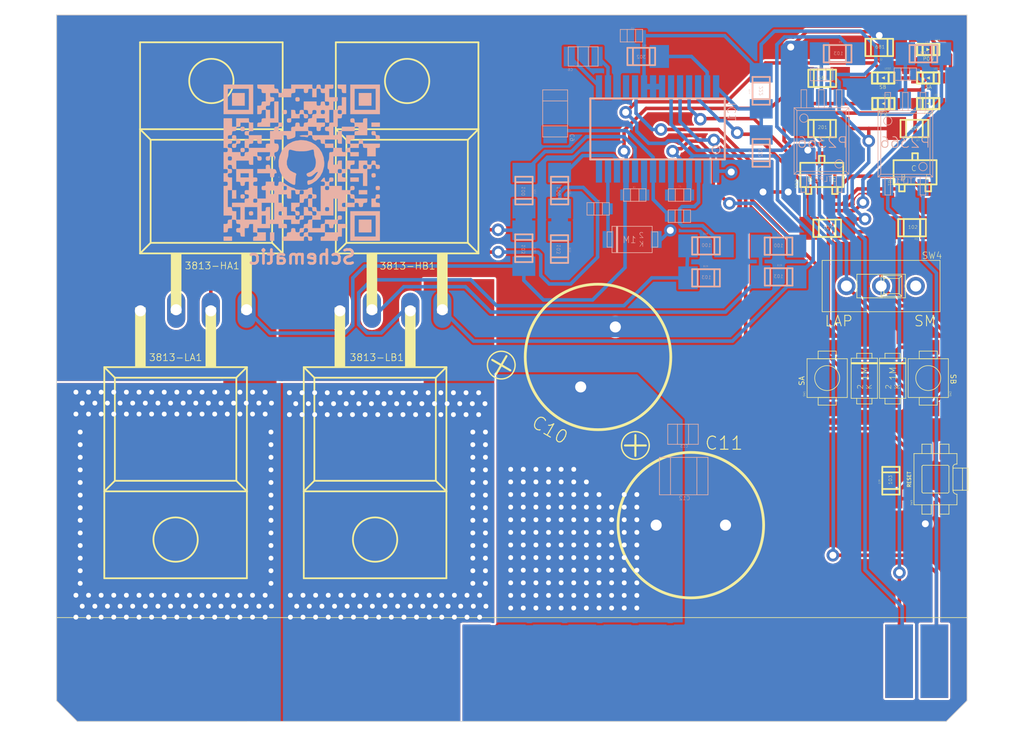
<source format=kicad_pcb>
(kicad_pcb (version 20171130) (host pcbnew "(5.1.10)-1")
  (layers (0 Top signal) (31 Bottom signal) (34 B.Paste user hide) (35 F.Paste user hide) (36 B.SilkS user) (37 F.SilkS user) (38 B.Mask user hide) (39 F.Mask user hide) (44 Edge.Cuts user hide))
  (net 0 "")
  (net 1 VCC)
  (net 2 GND)
  (net 3 "Net-(IC1-Pad28)")
  (net 4 "Net-(IC1-Pad27)")
  (net 5 /FF2)
  (net 6 /FF1)
  (net 7 /RESET)
  (net 8 /PWM)
  (net 9 /V5)
  (net 10 /DIR)
  (net 11 "Net-(IC1-Pad18)")
  (net 12 "Net-(C6-PadP$2)")
  (net 13 "Net-(C6-PadP$1)")
  (net 14 "Net-(IC1-Pad14)")
  (net 15 "Net-(C5-PadP$2)")
  (net 16 /GLA)
  (net 17 /SA)
  (net 18 /GHA)
  (net 19 "Net-(C8-PadP$1)")
  (net 20 "Net-(C4-PadP$2)")
  (net 21 "Net-(IC1-Pad7)")
  (net 22 "Net-(C7-PadP$1)")
  (net 23 /GHB)
  (net 24 /SB)
  (net 25 /GLB)
  (net 26 "Net-(LED4-PadK)")
  (net 27 "Net-(LED5-PadK)")
  (net 28 "Net-(D8-PadA)")
  (net 29 "Net-(R1-PadRIGHT)")
  (net 30 "Net-(R9-PadRIGHT)")
  (net 31 "Net-(LED1-PadA)")
  (net 32 "Net-(LED3-PadA)")
  (net 33 "Net-(LED4-PadA)")
  (net 34 "Net-(LED5-PadA)")
  (net 35 "Net-(SW3-Pad2)")
  (net 36 "Net-(SW3-Pad4)")
  (net 37 "Net-(SW4-PadL)")
  (net 38 /GND_IN)
  (net 39 /DIR_IN)
  (net 40 /PWM_IN)
  (net 41 /VCC_IN)
  (net 42 "Net-(3813-HA1-PadGATE)")
  (net 43 "Net-(3813-LA1-PadGATE)")
  (net 44 "Net-(3813-HB1-PadGATE)")
  (net 45 "Net-(3813-LB1-PadGATE)")
  (module "彼女(仮)_回路図:MD_QRCODE" (layer Bottom) (at 133.35 90.17 180)
    (fp_text reference G*** hide)
    (fp_text value LOGO hide)
  )
  (module "彼女(仮)_回路図:TO-220AB-NOHOLE" (layer Top) (at 126.8311 95.7036)
    (fp_text reference 3813-HA1 (at -1.95 2.2) (layer F.SilkS) (effects (font (size 0.5 0.5) (thickness 0.0532)) (justify left bottom)))
    (fp_text value IRLB3813NOHOLE hide)
    (pad DRAIN smd rect (at 0 -8.9154) (size 12.7 11.938) (layers Top F.Paste F.Mask) (net 1 VCC))
    (pad SOURCE thru_hole oval (at 2.54 5.08 90) (size 2.616 1.308) (drill 0.8) (layers *.Cu *.Mask) (net 17 /SA))
    (pad GATE thru_hole oval (at -2.54 5.08 90) (size 2.616 1.308) (drill 0.8) (layers *.Cu *.Mask) (net 42 "Net-(3813-HA1-PadGATE)"))
  )
  (module "彼女(仮)_回路図:TO-220AB-NOHOLE" (layer Top) (at 140.9511 95.7036)
    (fp_text reference 3813-HB1 (at -2.0131 2.2134) (layer F.SilkS) (effects (font (size 0.5 0.5) (thickness 0.0532)) (justify left bottom)))
    (fp_text value IRLB3813NOHOLE hide)
    (pad DRAIN smd rect (at 0 -8.9154) (size 12.7 11.938) (layers Top F.Paste F.Mask) (net 1 VCC))
    (pad SOURCE thru_hole oval (at 2.54 5.08 90) (size 2.616 1.308) (drill 0.8) (layers *.Cu *.Mask) (net 24 /SB))
    (pad GATE thru_hole oval (at -2.54 5.08 90) (size 2.616 1.308) (drill 0.8) (layers *.Cu *.Mask) (net 44 "Net-(3813-HB1-PadGATE)"))
  )
  (module "彼女(仮)_回路図:TO-220AB-NOHOLE" (layer Top) (at 124.2511 105.9436 180)
    (fp_text reference 3813-LA1 (at 1.9501 1.4226) (layer F.SilkS) (effects (font (size 0.5 0.5) (thickness 0.0532)) (justify left bottom)))
    (fp_text value IRLB3813NOHOLE hide)
    (pad DRAIN smd rect (at 0 -8.9154 180) (size 12.7 11.938) (layers Top F.Paste F.Mask) (net 17 /SA))
    (pad SOURCE thru_hole oval (at 2.54 5.08 270) (size 2.616 1.308) (drill 0.8) (layers *.Cu *.Mask) (net 2 GND))
    (pad GATE thru_hole oval (at -2.54 5.08 270) (size 2.616 1.308) (drill 0.8) (layers *.Cu *.Mask) (net 43 "Net-(3813-LA1-PadGATE)"))
  )
  (module "彼女(仮)_回路図:TO-220AB-NOHOLE" (layer Top) (at 138.6411 105.9436 180)
    (fp_text reference 3813-LB1 (at 1.8621 1.4226) (layer F.SilkS) (effects (font (size 0.5 0.5) (thickness 0.0532)) (justify left bottom)))
    (fp_text value IRLB3813NOHOLE hide)
    (pad DRAIN smd rect (at 0 -8.9154 180) (size 12.7 11.938) (layers Top F.Paste F.Mask) (net 24 /SB))
    (pad SOURCE thru_hole oval (at 2.54 5.08 270) (size 2.616 1.308) (drill 0.8) (layers *.Cu *.Mask) (net 2 GND))
    (pad GATE thru_hole oval (at -2.54 5.08 270) (size 2.616 1.308) (drill 0.8) (layers *.Cu *.Mask) (net 45 "Net-(3813-LB1-PadGATE)"))
  )
  (module "彼女(仮)_回路図:A3921" (layer Bottom) (at 163.2411 89.8836 180)
    (fp_text reference IC1 (at -1.4779 2.6346 270) (layer B.SilkS) (effects (font (size 0.57912 0.57912) (thickness 0.046329)) (justify right bottom mirror)))
    (fp_text value A3921)
    (pad 28 smd rect (at 0 5.2 180) (size 0.45 1.65) (layers Bottom B.Paste B.Mask) (net 3 "Net-(IC1-Pad28)"))
    (pad 27 smd rect (at 0.65 5.2 180) (size 0.45 1.65) (layers Bottom B.Paste B.Mask) (net 4 "Net-(IC1-Pad27)"))
    (pad 26 smd rect (at 1.3 5.2 180) (size 0.45 1.65) (layers Bottom B.Paste B.Mask) (net 5 /FF2))
    (pad 25 smd rect (at 1.95 5.2 180) (size 0.45 1.65) (layers Bottom B.Paste B.Mask) (net 6 /FF1))
    (pad 24 smd rect (at 2.6 5.2 180) (size 0.45 1.65) (layers Bottom B.Paste B.Mask) (net 7 /RESET))
    (pad 23 smd rect (at 3.25 5.2 180) (size 0.45 1.65) (layers Bottom B.Paste B.Mask) (net 8 /PWM))
    (pad 22 smd rect (at 3.9 5.2 180) (size 0.45 1.65) (layers Bottom B.Paste B.Mask) (net 9 /V5))
    (pad 21 smd rect (at 4.55 5.2 180) (size 0.45 1.65) (layers Bottom B.Paste B.Mask) (net 9 /V5))
    (pad 20 smd rect (at 5.2 5.2 180) (size 0.45 1.65) (layers Bottom B.Paste B.Mask) (net 9 /V5))
    (pad 19 smd rect (at 5.85 5.2 180) (size 0.45 1.65) (layers Bottom B.Paste B.Mask) (net 10 /DIR))
    (pad 18 smd rect (at 6.5 5.2 180) (size 0.45 1.65) (layers Bottom B.Paste B.Mask) (net 11 "Net-(IC1-Pad18)"))
    (pad 17 smd rect (at 7.15 5.2 180) (size 0.45 1.65) (layers Bottom B.Paste B.Mask) (net 2 GND))
    (pad 16 smd rect (at 7.8 5.2 180) (size 0.45 1.65) (layers Bottom B.Paste B.Mask) (net 12 "Net-(C6-PadP$2)"))
    (pad 15 smd rect (at 8.45 5.2 180) (size 0.45 1.65) (layers Bottom B.Paste B.Mask) (net 13 "Net-(C6-PadP$1)"))
    (pad 14 smd rect (at 8.45 -0.9 180) (size 0.45 1.65) (layers Bottom B.Paste B.Mask) (net 14 "Net-(IC1-Pad14)"))
    (pad 13 smd rect (at 7.8 -0.9 180) (size 0.45 1.65) (layers Bottom B.Paste B.Mask) (net 15 "Net-(C5-PadP$2)"))
    (pad 12 smd rect (at 7.15 -0.9 180) (size 0.45 1.65) (layers Bottom B.Paste B.Mask) (net 16 /GLA))
    (pad 11 smd rect (at 6.5 -0.9 180) (size 0.45 1.65) (layers Bottom B.Paste B.Mask) (net 17 /SA))
    (pad 10 smd rect (at 5.85 -0.9 180) (size 0.45 1.65) (layers Bottom B.Paste B.Mask) (net 18 /GHA))
    (pad 9 smd rect (at 5.2 -0.9 180) (size 0.45 1.65) (layers Bottom B.Paste B.Mask) (net 19 "Net-(C8-PadP$1)"))
    (pad 8 smd rect (at 4.55 -0.9 180) (size 0.45 1.65) (layers Bottom B.Paste B.Mask) (net 20 "Net-(C4-PadP$2)"))
    (pad 7 smd rect (at 3.9 -0.9 180) (size 0.45 1.65) (layers Bottom B.Paste B.Mask) (net 21 "Net-(IC1-Pad7)"))
    (pad 6 smd rect (at 3.25 -0.9 180) (size 0.45 1.65) (layers Bottom B.Paste B.Mask) (net 22 "Net-(C7-PadP$1)"))
    (pad 5 smd rect (at 2.6 -0.9 180) (size 0.45 1.65) (layers Bottom B.Paste B.Mask) (net 23 /GHB))
    (pad 4 smd rect (at 1.95 -0.9 180) (size 0.45 1.65) (layers Bottom B.Paste B.Mask) (net 24 /SB))
    (pad 3 smd rect (at 1.3 -0.9 180) (size 0.45 1.65) (layers Bottom B.Paste B.Mask) (net 25 /GLB))
    (pad 1 smd rect (at 0 -0.9 180) (size 0.45 1.65) (layers Bottom B.Paste B.Mask) (net 1 VCC))
    (pad 2 smd rect (at 0.65 -0.9 180) (size 0.45 1.65) (layers Bottom B.Paste B.Mask) (net 2 GND))
  )
  (module "彼女(仮)_回路図:2SC3325" (layer Top) (at 178.5411 92.0636 90)
    (fp_text reference TR1 (at 0.2 -2.6 90) (layer F.SilkS) (effects (font (size 0.2413 0.2413) (thickness 0.019304)) (justify left bottom)))
    (fp_text value 2SC3325 hide)
    (fp_text user C (at 1.2586 -1.2491 180) (layer F.SilkS) (effects (font (size 0.38 0.38) (thickness 0.032)) (justify left bottom)))
    (fp_text user E (at 0.6236 -0.2331 180) (layer F.SilkS) (effects (font (size 0.38 0.38) (thickness 0.032)) (justify left bottom)))
    (fp_text user B (at 0.6236 -2.0111 180) (layer F.SilkS) (effects (font (size 0.38 0.38) (thickness 0.032)) (justify left bottom)))
    (pad C smd rect (at 2.4 -0.95 90) (size 1 0.8) (layers Top F.Paste F.Mask) (net 26 "Net-(LED4-PadK)"))
    (pad B smd rect (at 0 -1.9 90) (size 1 0.8) (layers Top F.Paste F.Mask) (net 6 /FF1))
    (pad E smd rect (at 0 0 90) (size 1 0.8) (layers Top F.Paste F.Mask) (net 2 GND))
  )
  (module "彼女(仮)_回路図:2SC3325" (layer Top) (at 171.8111 92.2536 90)
    (fp_text reference TR2 (at 0.2 -2.6 90) (layer F.SilkS) (effects (font (size 0.2413 0.2413) (thickness 0.019304)) (justify left bottom)))
    (fp_text value 2SC3325 hide)
    (fp_text user C (at 1.3216 -1.2501 180) (layer F.SilkS) (effects (font (size 0.38 0.38) (thickness 0.032)) (justify left bottom)))
    (fp_text user E (at 0.6866 -0.2341 180) (layer F.SilkS) (effects (font (size 0.38 0.38) (thickness 0.032)) (justify left bottom)))
    (fp_text user B (at 0.6866 -2.0121 180) (layer F.SilkS) (effects (font (size 0.38 0.38) (thickness 0.032)) (justify left bottom)))
    (pad C smd rect (at 2.4 -0.95 90) (size 1 0.8) (layers Top F.Paste F.Mask) (net 27 "Net-(LED5-PadK)"))
    (pad B smd rect (at 0 -1.9 90) (size 1 0.8) (layers Top F.Paste F.Mask) (net 5 /FF2))
    (pad E smd rect (at 0 0 90) (size 1 0.8) (layers Top F.Paste F.Mask) (net 2 GND))
  )
  (module "彼女(仮)_回路図:TVAF06-A020B-R" (layer Top) (at 171.2511 103.4936 270)
    (fp_text reference SW1 (at 3.5674 1.5791 90) (layer F.SilkS) (effects (font (size 0.127 0.127) (thickness 0.0127)) (justify left bottom)))
    (fp_text value TVAF06-A020B-R hide)
    (pad RIGHT smd rect (at 4.45 0 270) (size 1.05 1.6) (layers Top F.Paste F.Mask) (net 28 "Net-(D8-PadA)"))
    (pad LEFT smd rect (at 0 0 270) (size 1.05 1.6) (layers Top F.Paste F.Mask) (net 9 /V5))
  )
  (module "彼女(仮)_回路図:TVAF06-A020B-R" (layer Top) (at 178.5411 103.4936 270)
    (fp_text reference SW2 (at 3.5674 -1.6719 270) (layer F.SilkS) (effects (font (size 0.127 0.127) (thickness 0.0127)) (justify left bottom)))
    (fp_text value TVAF06-A020B-R hide)
    (pad RIGHT smd rect (at 4.45 0 270) (size 1.05 1.6) (layers Top F.Paste F.Mask) (net 9 /V5))
    (pad LEFT smd rect (at 0 0 270) (size 1.05 1.6) (layers Top F.Paste F.Mask) (net 8 /PWM))
  )
  (module "彼女(仮)_回路図:RG2012" (layer Bottom) (at 151.9411 97.7036 90)
    (fp_text reference R15 (at 1.0566 0.8399 90) (layer B.SilkS) (effects (font (size 0.12065 0.12065) (thickness 0.009652)) (justify right bottom mirror)))
    (fp_text value RG2012 hide)
    (fp_text user 103 (at 0.9296 0.0779 90) (layer B.SilkS) (effects (font (size 0.2413 0.2413) (thickness 0.02032)) (justify right bottom mirror)))
    (pad RIGHT smd rect (at 2.6 0 90) (size 1.4 1.65) (layers Bottom B.Paste B.Mask) (net 43 "Net-(3813-LA1-PadGATE)"))
    (pad LEFT smd rect (at 0 0 90) (size 1.4 1.65) (layers Bottom B.Paste B.Mask) (net 2 GND))
  )
  (module "彼女(仮)_回路図:RG2012" (layer Bottom) (at 149.3711 97.6436 90)
    (fp_text reference R16 (at 0.9966 0.8699 90) (layer B.SilkS) (effects (font (size 0.12065 0.12065) (thickness 0.009652)) (justify right bottom mirror)))
    (fp_text value RG2012 hide)
    (fp_text user 103 (at 0.8696 0.1079 90) (layer B.SilkS) (effects (font (size 0.2413 0.2413) (thickness 0.02032)) (justify right bottom mirror)))
    (pad RIGHT smd rect (at 2.6 0 90) (size 1.4 1.65) (layers Bottom B.Paste B.Mask) (net 42 "Net-(3813-HA1-PadGATE)"))
    (pad LEFT smd rect (at 0 0 90) (size 1.4 1.65) (layers Bottom B.Paste B.Mask) (net 17 /SA))
  )
  (module "彼女(仮)_回路図:RG2012" (layer Bottom) (at 163.8111 98.4836 180)
    (fp_text reference R18 (at 1.5051 0.762) (layer B.SilkS) (effects (font (size 0.12065 0.12065) (thickness 0.009652)) (justify right bottom mirror)))
    (fp_text value RG2012 hide)
    (fp_text user 103 (at 1.6321 -0.1 180) (layer B.SilkS) (effects (font (size 0.2413 0.2413) (thickness 0.02032)) (justify right bottom mirror)))
    (pad RIGHT smd rect (at 2.6 0 180) (size 1.4 1.65) (layers Bottom B.Paste B.Mask) (net 45 "Net-(3813-LB1-PadGATE)"))
    (pad LEFT smd rect (at 0 0 180) (size 1.4 1.65) (layers Bottom B.Paste B.Mask) (net 2 GND))
  )
  (module "彼女(仮)_回路図:RG2012" (layer Bottom) (at 169.0511 98.4136 180)
    (fp_text reference R19 (at 1.4111 0.762) (layer B.SilkS) (effects (font (size 0.12065 0.12065) (thickness 0.009652)) (justify right bottom mirror)))
    (fp_text value RG2012 hide)
    (fp_text user 103 (at 1.6651 -0.1 180) (layer B.SilkS) (effects (font (size 0.2413 0.2413) (thickness 0.02032)) (justify right bottom mirror)))
    (pad RIGHT smd rect (at 2.6 0 180) (size 1.4 1.65) (layers Bottom B.Paste B.Mask) (net 44 "Net-(3813-HB1-PadGATE)"))
    (pad LEFT smd rect (at 0 0 180) (size 1.4 1.65) (layers Bottom B.Paste B.Mask) (net 24 /SB))
  )
  (module "彼女(仮)_回路図:RG2012" (layer Top) (at 175.8511 114.4236 90)
    (fp_text reference R11 (at 1.3936 -0.762 90) (layer F.SilkS) (effects (font (size 0.12065 0.12065) (thickness 0.009652)) (justify left bottom mirror)))
    (fp_text value RG2012 hide)
    (fp_text user 103 (at 1 0.1 90) (layer F.SilkS) (effects (font (size 0.2413 0.2413) (thickness 0.02032)) (justify left bottom)))
    (pad RIGHT smd rect (at 2.6 0 90) (size 1.4 1.65) (layers Top F.Paste F.Mask) (net 1 VCC))
    (pad LEFT smd rect (at 0 0 90) (size 1.4 1.65) (layers Top F.Paste F.Mask) (net 7 /RESET))
  )
  (module "彼女(仮)_回路図:RG2012" (layer Bottom) (at 179.4911 82.3036 180)
    (fp_text reference R1 (at 1.1831 0.7696) (layer B.SilkS) (effects (font (size 0.12065 0.12065) (thickness 0.009652)) (justify right bottom mirror)))
    (fp_text value RG2012 hide)
    (fp_text user 103 (at 1.5641 -0.1194 180) (layer B.SilkS) (effects (font (size 0.2413 0.2413) (thickness 0.02032)) (justify right bottom mirror)))
    (pad RIGHT smd rect (at 2.6 0 180) (size 1.4 1.65) (layers Bottom B.Paste B.Mask) (net 29 "Net-(R1-PadRIGHT)"))
    (pad LEFT smd rect (at 0 0 180) (size 1.4 1.65) (layers Bottom B.Paste B.Mask) (net 10 /DIR))
  )
  (module "彼女(仮)_回路図:RG2012" (layer Bottom) (at 173.3011 82.3036 180)
    (fp_text reference R9 (at 1.2161 0.7696) (layer B.SilkS) (effects (font (size 0.12065 0.12065) (thickness 0.009652)) (justify right bottom mirror)))
    (fp_text value RG2012 hide)
    (fp_text user 103 (at 1.5971 -0.1194 180) (layer B.SilkS) (effects (font (size 0.2413 0.2413) (thickness 0.02032)) (justify right bottom mirror)))
    (pad RIGHT smd rect (at 2.6 0 180) (size 1.4 1.65) (layers Bottom B.Paste B.Mask) (net 30 "Net-(R9-PadRIGHT)"))
    (pad LEFT smd rect (at 0 0 180) (size 1.4 1.65) (layers Bottom B.Paste B.Mask) (net 8 /PWM))
  )
  (module "彼女(仮)_回路図:RG2012" (layer Bottom) (at 163.8111 96.1736 180)
    (fp_text reference R10 (at 1.5051 0.7966) (layer B.SilkS) (effects (font (size 0.12065 0.12065) (thickness 0.009652)) (justify right bottom mirror)))
    (fp_text value RG2012Q-100-D-T5 hide)
    (fp_text user 100 (at 1.6321 -0.1 180) (layer B.SilkS) (effects (font (size 0.2413 0.2413) (thickness 0.02032)) (justify right bottom mirror)))
    (pad RIGHT smd rect (at 2.6 0 180) (size 1.4 1.65) (layers Bottom B.Paste B.Mask) (net 45 "Net-(3813-LB1-PadGATE)"))
    (pad LEFT smd rect (at 0 0 180) (size 1.4 1.65) (layers Bottom B.Paste B.Mask) (net 25 /GLB))
  )
  (module "彼女(仮)_回路図:RG2012" (layer Bottom) (at 169.0411 96.1936 180)
    (fp_text reference R12 (at 1.4011 0.762) (layer B.SilkS) (effects (font (size 0.12065 0.12065) (thickness 0.009652)) (justify right bottom mirror)))
    (fp_text value RG2012Q-100-D-T5 hide)
    (fp_text user 100 (at 1.6551 -0.1 180) (layer B.SilkS) (effects (font (size 0.2413 0.2413) (thickness 0.02032)) (justify right bottom mirror)))
    (pad RIGHT smd rect (at 2.6 0 180) (size 1.4 1.65) (layers Bottom B.Paste B.Mask) (net 44 "Net-(3813-HB1-PadGATE)"))
    (pad LEFT smd rect (at 0 0 180) (size 1.4 1.65) (layers Bottom B.Paste B.Mask) (net 23 /GHB))
  )
  (module "彼女(仮)_回路図:RG2012" (layer Bottom) (at 151.9511 93.4836 90)
    (fp_text reference R20 (at 1.0276 0.8299 90) (layer B.SilkS) (effects (font (size 0.12065 0.12065) (thickness 0.009652)) (justify right bottom mirror)))
    (fp_text value RG2012Q-100-D-T5 hide)
    (fp_text user 100 (at 0.9006 0.0679 90) (layer B.SilkS) (effects (font (size 0.2413 0.2413) (thickness 0.02032)) (justify right bottom mirror)))
    (pad RIGHT smd rect (at 2.6 0 90) (size 1.4 1.65) (layers Bottom B.Paste B.Mask) (net 16 /GLA))
    (pad LEFT smd rect (at 0 0 90) (size 1.4 1.65) (layers Bottom B.Paste B.Mask) (net 43 "Net-(3813-LA1-PadGATE)"))
  )
  (module "彼女(仮)_回路図:RG2012" (layer Bottom) (at 149.3811 93.4836 90)
    (fp_text reference R21 (at 1.0276 0.8599 90) (layer B.SilkS) (effects (font (size 0.12065 0.12065) (thickness 0.009652)) (justify right bottom mirror)))
    (fp_text value RG2012Q-100-D-T5 hide)
    (fp_text user 100 (at 0.9006 0.0979 90) (layer B.SilkS) (effects (font (size 0.2413 0.2413) (thickness 0.02032)) (justify right bottom mirror)))
    (pad RIGHT smd rect (at 2.6 0 90) (size 1.4 1.65) (layers Bottom B.Paste B.Mask) (net 18 /GHA))
    (pad LEFT smd rect (at 0 0 90) (size 1.4 1.65) (layers Bottom B.Paste B.Mask) (net 42 "Net-(3813-HA1-PadGATE)"))
  )
  (module "彼女(仮)_回路図:RG2012" (layer Top) (at 169.5911 84.0836)
    (fp_text reference R3 (at 1.016 -0.762) (layer F.SilkS) (effects (font (size 0.12065 0.12065) (thickness 0.009652)) (justify left bottom)))
    (fp_text value RG2012P-681-B-T5 hide)
    (fp_text user 681 (at 1 0.1) (layer F.SilkS) (effects (font (size 0.2413 0.2413) (thickness 0.02032)) (justify left bottom)))
    (pad RIGHT smd rect (at 2.6 0) (size 1.4 1.65) (layers Top F.Paste F.Mask) (net 31 "Net-(LED1-PadA)"))
    (pad LEFT smd rect (at 0 0) (size 1.4 1.65) (layers Top F.Paste F.Mask) (net 17 /SA))
  )
  (module "彼女(仮)_回路図:RG2012" (layer Top) (at 173.7061 81.8536)
    (fp_text reference R22 (at 1.1729 0.9504) (layer F.SilkS) (effects (font (size 0.12065 0.12065) (thickness 0.009652)) (justify left bottom)))
    (fp_text value RG2012P-681-B-T5 hide)
    (fp_text user 681 (at 1 0.1) (layer F.SilkS) (effects (font (size 0.2413 0.2413) (thickness 0.02032)) (justify left bottom)))
    (pad RIGHT smd rect (at 2.6 0) (size 1.4 1.65) (layers Top F.Paste F.Mask) (net 32 "Net-(LED3-PadA)"))
    (pad LEFT smd rect (at 0 0) (size 1.4 1.65) (layers Top F.Paste F.Mask) (net 1 VCC))
  )
  (module "彼女(仮)_回路図:RG2012" (layer Top) (at 176.0711 94.8636)
    (fp_text reference R5 (at 1.4749 0.8944) (layer F.SilkS) (effects (font (size 0.12065 0.12065) (thickness 0.009652)) (justify left bottom)))
    (fp_text value RG2012-N-102-B-T5 hide)
    (fp_text user 102 (at 1 0.1) (layer F.SilkS) (effects (font (size 0.2413 0.2413) (thickness 0.02032)) (justify left bottom)))
    (pad RIGHT smd rect (at 2.6 0) (size 1.4 1.65) (layers Top F.Paste F.Mask) (net 6 /FF1))
    (pad LEFT smd rect (at 0 0) (size 1.4 1.65) (layers Top F.Paste F.Mask) (net 9 /V5))
  )
  (module "彼女(仮)_回路図:RG2012" (layer Top) (at 172.5511 94.9036 180)
    (fp_text reference R6 (at 1.1011 -0.8544) (layer F.SilkS) (effects (font (size 0.12065 0.12065) (thickness 0.009652)) (justify left bottom)))
    (fp_text value RG2012-N-102-B-T5 hide)
    (fp_text user 102 (at 1.6091 -0.0924 180) (layer F.SilkS) (effects (font (size 0.2413 0.2413) (thickness 0.02032)) (justify left bottom)))
    (pad RIGHT smd rect (at 2.6 0 180) (size 1.4 1.65) (layers Top F.Paste F.Mask) (net 5 /FF2))
    (pad LEFT smd rect (at 0 0 180) (size 1.4 1.65) (layers Top F.Paste F.Mask) (net 9 /V5))
  )
  (module "彼女(仮)_回路図:RG2012" (layer Top) (at 176.2411 87.7036)
    (fp_text reference R7 (at 1.4319 0.9424) (layer F.SilkS) (effects (font (size 0.12065 0.12065) (thickness 0.009652)) (justify left bottom)))
    (fp_text value RG2012N-201-W-T1 hide)
    (fp_text user 201 (at 1 0.1) (layer F.SilkS) (effects (font (size 0.2413 0.2413) (thickness 0.02032)) (justify left bottom)))
    (pad RIGHT smd rect (at 2.6 0) (size 1.4 1.65) (layers Top F.Paste F.Mask) (net 33 "Net-(LED4-PadA)"))
    (pad LEFT smd rect (at 0 0) (size 1.4 1.65) (layers Top F.Paste F.Mask) (net 9 /V5))
  )
  (module "彼女(仮)_回路図:RG2012" (layer Top) (at 172.1811 87.7036 180)
    (fp_text reference R8 (at 1.3661 -0.9424) (layer F.SilkS) (effects (font (size 0.12065 0.12065) (thickness 0.009652)) (justify left bottom)))
    (fp_text value RG2012N-201-W-T1 hide)
    (fp_text user 201 (at 1.6201 -0.0534 180) (layer F.SilkS) (effects (font (size 0.2413 0.2413) (thickness 0.02032)) (justify left bottom)))
    (pad RIGHT smd rect (at 2.6 0 180) (size 1.4 1.65) (layers Top F.Paste F.Mask) (net 34 "Net-(LED5-PadA)"))
    (pad LEFT smd rect (at 0 0 180) (size 1.4 1.65) (layers Top F.Paste F.Mask) (net 9 /V5))
  )
  (module "彼女(仮)_回路図:RG2012" (layer Bottom) (at 159.1411 82.5036 180)
    (fp_text reference R13 (at 1.2801 0.7156) (layer B.SilkS) (effects (font (size 0.12065 0.12065) (thickness 0.009652)) (justify right bottom mirror)))
    (fp_text value RG2012P-302-B-T5 hide)
    (fp_text user 302 (at 1.6611 -0.1734 180) (layer B.SilkS) (effects (font (size 0.2413 0.2413) (thickness 0.02032)) (justify right bottom mirror)))
    (pad RIGHT smd rect (at 2.6 0 180) (size 1.4 1.65) (layers Bottom B.Paste B.Mask) (net 2 GND))
    (pad LEFT smd rect (at 0 0 180) (size 1.4 1.65) (layers Bottom B.Paste B.Mask) (net 4 "Net-(IC1-Pad27)"))
  )
  (module "彼女(仮)_回路図:RG2012" (layer Bottom) (at 166.4911 88.1636 270)
    (fp_text reference R2 (at 1.3714 0.762 90) (layer B.SilkS) (effects (font (size 0.12065 0.12065) (thickness 0.009652)) (justify right bottom mirror)))
    (fp_text value RG2012N-332-W-T1 hide)
    (fp_text user 332 (at 1.6254 -0.1 270) (layer B.SilkS) (effects (font (size 0.2413 0.2413) (thickness 0.02032)) (justify right bottom mirror)))
    (pad RIGHT smd rect (at 2.6 0 270) (size 1.4 1.65) (layers Bottom B.Paste B.Mask) (net 2 GND))
    (pad LEFT smd rect (at 0 0 270) (size 1.4 1.65) (layers Bottom B.Paste B.Mask) (net 3 "Net-(IC1-Pad28)"))
  )
  (module "彼女(仮)_回路図:RG2012" (layer Bottom) (at 166.4911 83.6836 270)
    (fp_text reference R14 (at 1.5334 0.762 90) (layer B.SilkS) (effects (font (size 0.12065 0.12065) (thickness 0.009652)) (justify right bottom mirror)))
    (fp_text value RG2012N-222-W-T1 hide)
    (fp_text user 222 (at 1.6604 -0.1329 270) (layer B.SilkS) (effects (font (size 0.2413 0.2413) (thickness 0.02032)) (justify right bottom mirror)))
    (pad RIGHT smd rect (at 2.6 0 270) (size 1.4 1.65) (layers Bottom B.Paste B.Mask) (net 3 "Net-(IC1-Pad28)"))
    (pad LEFT smd rect (at 0 0 270) (size 1.4 1.65) (layers Bottom B.Paste B.Mask) (net 9 /V5))
  )
  (module "彼女(仮)_回路図:SML-E12V8WT86" (layer Top) (at 177.7111 85.9036 270)
    (fp_text reference LED4 (at -0.5596 -1.2319) (layer F.SilkS) (effects (font (size 0.12065 0.12065) (thickness 0.009652)) (justify left bottom)))
    (fp_text value SML-E12V8WT86 hide)
    (pad A smd rect (at 0 -1.65 270) (size 0.8 0.8) (layers Top F.Paste F.Mask) (net 33 "Net-(LED4-PadA)"))
    (pad K smd rect (at 0 0 270) (size 0.8 0.8) (layers Top F.Paste F.Mask) (net 26 "Net-(LED4-PadK)"))
  )
  (module "彼女(仮)_回路図:SML-E12V8WT86" (layer Top) (at 174.4811 85.9036 270)
    (fp_text reference LED5 (at -0.5596 -0.7789) (layer F.SilkS) (effects (font (size 0.12065 0.12065) (thickness 0.009652)) (justify left bottom)))
    (fp_text value SML-E12V8WT86 hide)
    (pad A smd rect (at 0 -1.65 270) (size 0.8 0.8) (layers Top F.Paste F.Mask) (net 34 "Net-(LED5-PadA)"))
    (pad K smd rect (at 0 0 270) (size 0.8 0.8) (layers Top F.Paste F.Mask) (net 27 "Net-(LED5-PadK)"))
  )
  (module "彼女(仮)_回路図:GS1010FL" (layer Top) (at 173.9311 103.9936 270)
    (fp_text reference D8 hide)
    (fp_text value GS1010FL hide)
    (fp_text user 2 (at 2.5594 0.0681 270) (layer F.SilkS) (effects (font (size 0.38 0.38) (thickness 0.032)) (justify left bottom)))
    (fp_text user K (at 2.5594 -0.5669 270) (layer F.SilkS) (effects (font (size 0.38 0.38) (thickness 0.032)) (justify left bottom)))
    (fp_text user 1M (at 1.9244 -0.3129 270) (layer F.SilkS) (effects (font (size 0.475 0.475) (thickness 0.04)) (justify left bottom)))
    (pad A smd rect (at 3.48 0 270) (size 0.78 1.22) (layers Top F.Paste F.Mask) (net 28 "Net-(D8-PadA)"))
    (pad C smd rect (at 0 0 270) (size 0.78 1.22) (layers Top F.Paste F.Mask) (net 10 /DIR))
  )
  (module "彼女(仮)_回路図:GS1010FL" (layer Top) (at 175.9711 103.9936 270)
    (fp_text reference D9 hide)
    (fp_text value GS1010FL hide)
    (fp_text user 2 (at 2.5594 0.0761 270) (layer F.SilkS) (effects (font (size 0.38 0.38) (thickness 0.032)) (justify left bottom)))
    (fp_text user K (at 2.5594 -0.5589 270) (layer F.SilkS) (effects (font (size 0.38 0.38) (thickness 0.032)) (justify left bottom)))
    (fp_text user 1M (at 1.9244 -0.3049 270) (layer F.SilkS) (effects (font (size 0.475 0.475) (thickness 0.04)) (justify left bottom)))
    (pad A smd rect (at 3.48 0 270) (size 0.78 1.22) (layers Top F.Paste F.Mask) (net 28 "Net-(D8-PadA)"))
    (pad C smd rect (at 0 0 270) (size 0.78 1.22) (layers Top F.Paste F.Mask) (net 8 /PWM))
  )
  (module "彼女(仮)_回路図:GS1010FL" (layer Bottom) (at 155.4411 95.7136)
    (fp_text reference D1 hide)
    (fp_text value GS1010FL hide)
    (fp_text user 2 (at 2.2 -0.0826) (layer B.SilkS) (effects (font (size 0.38 0.38) (thickness 0.032)) (justify right bottom mirror)))
    (fp_text user K (at 2.2 0.5524) (layer B.SilkS) (effects (font (size 0.38 0.38) (thickness 0.032)) (justify right bottom mirror)))
    (fp_text user 1M (at 1.0229 0.2984) (layer B.SilkS) (effects (font (size 0.475 0.475) (thickness 0.04)) (justify right bottom mirror)))
    (pad A smd rect (at 3.48 0) (size 0.78 1.22) (layers Bottom B.Paste B.Mask) (net 1 VCC))
    (pad C smd rect (at 0 0) (size 0.78 1.22) (layers Bottom B.Paste B.Mask) (net 15 "Net-(C5-PadP$2)"))
  )
  (module "彼女(仮)_回路図:THAF01-NC-R" (layer Top) (at 179.8111 115.0136 90)
    (fp_text reference SW3 (at 0.1 -2.4 90) (layer F.SilkS) (effects (font (size 0.127 0.127) (thickness 0.0127)) (justify left bottom)))
    (fp_text value THAF01-NC-R hide)
    (pad 1 smd rect (at 0 -1.5 90) (size 1.2 0.9) (layers Top F.Paste F.Mask) (net 2 GND))
    (pad 2 smd rect (at 4 -1.5 90) (size 1.2 0.9) (layers Top F.Paste F.Mask) (net 35 "Net-(SW3-Pad2)"))
    (pad 4 smd rect (at 4 0 90) (size 1.2 0.9) (layers Top F.Paste F.Mask) (net 36 "Net-(SW3-Pad4)"))
    (pad 3 smd rect (at 0 0 90) (size 1.2 0.9) (layers Top F.Paste F.Mask) (net 7 /RESET))
  )
  (module "彼女(仮)_回路図:SS-12D00G3" (layer Top) (at 175.1411 99.0736 180)
    (fp_text reference SW4 (at -2.9129 1.9186) (layer F.SilkS) (effects (font (size 0.4826 0.4826) (thickness 0.038608)) (justify left bottom)))
    (fp_text value SS-12D00G3 hide)
    (pad L thru_hole circle (at -2.5 0 180) (size 1.308 1.308) (drill 0.8) (layers *.Cu *.Mask) (net 37 "Net-(SW4-PadL)"))
    (pad R thru_hole circle (at 2.5 0 180) (size 1.308 1.308) (drill 0.8) (layers *.Cu *.Mask) (net 8 /PWM))
    (pad C thru_hole circle (at 0 0 180) (size 1.308 1.308) (drill 0.8) (layers *.Cu *.Mask) (net 9 /V5))
  )
  (module "彼女(仮)_回路図:TLP2366" (layer Bottom) (at 178.1611 91.9536 180)
    (fp_text reference TLP1 (at 2.0121 0.2596) (layer B.SilkS) (effects (font (size 0.3556 0.3556) (thickness 0.038)) (justify right bottom mirror)))
    (fp_text value TLP2366 hide)
    (fp_text user P2366 (at 3.1551 2.7996 180) (layer B.SilkS) (effects (font (size 0.76 0.76) (thickness 0.064)) (justify right bottom mirror)))
    (pad 5 smd rect (at 1.27 6.3 180) (size 0.8 1.2) (layers Bottom B.Paste B.Mask) (net 29 "Net-(R1-PadRIGHT)"))
    (pad 4 smd rect (at 2.54 6.3 180) (size 0.8 1.2) (layers Bottom B.Paste B.Mask) (net 2 GND))
    (pad 3 smd rect (at 2.54 0 180) (size 0.8 1.2) (layers Bottom B.Paste B.Mask) (net 38 /GND_IN))
    (pad 6 smd rect (at 0 6.3 180) (size 0.8 1.2) (layers Bottom B.Paste B.Mask) (net 9 /V5))
    (pad 1 smd rect (at 0 0 180) (size 0.8 1.2) (layers Bottom B.Paste B.Mask) (net 39 /DIR_IN))
  )
  (module "彼女(仮)_回路図:TLP2366" (layer Bottom) (at 172.1111 91.7536 180)
    (fp_text reference TLP2 (at 1.8041 0.1866) (layer B.SilkS) (effects (font (size 0.3556 0.3556) (thickness 0.038)) (justify right bottom mirror)))
    (fp_text value TLP2366 hide)
    (fp_text user P2366 (at 3.0741 2.5996 180) (layer B.SilkS) (effects (font (size 0.76 0.76) (thickness 0.064)) (justify right bottom mirror)))
    (pad 5 smd rect (at 1.27 6.3 180) (size 0.8 1.2) (layers Bottom B.Paste B.Mask) (net 30 "Net-(R9-PadRIGHT)"))
    (pad 4 smd rect (at 2.54 6.3 180) (size 0.8 1.2) (layers Bottom B.Paste B.Mask) (net 2 GND))
    (pad 3 smd rect (at 2.54 0 180) (size 0.8 1.2) (layers Bottom B.Paste B.Mask) (net 40 /PWM_IN))
    (pad 6 smd rect (at 0 6.3 180) (size 0.8 1.2) (layers Bottom B.Paste B.Mask) (net 9 /V5))
    (pad 1 smd rect (at 0 0 180) (size 0.8 1.2) (layers Bottom B.Paste B.Mask) (net 41 /VCC_IN))
  )
  (module "彼女(仮)_回路図:GCM188L81H104KA57" (layer Bottom) (at 176.8911 83.7836)
    (fp_text reference C1 (at -0.7421 0.6714) (layer B.SilkS) (effects (font (size 0.095 0.095) (thickness 0.0076)) (justify right bottom mirror)))
    (fp_text value GCM188L81H104KA57 hide)
    (pad P$2 smd rect (at 0.7 0) (size 0.7 0.8) (layers Bottom B.Paste B.Mask) (net 9 /V5))
    (pad P$1 smd rect (at -0.7 0) (size 0.7 0.8) (layers Bottom B.Paste B.Mask) (net 2 GND))
  )
  (module "彼女(仮)_回路図:GCM188L81H104KA57" (layer Bottom) (at 170.8511 83.8036)
    (fp_text reference C2 (at -0.8 0.6514) (layer B.SilkS) (effects (font (size 0.095 0.095) (thickness 0.0076)) (justify right bottom mirror)))
    (fp_text value GCM188L81H104KA57 hide)
    (pad P$2 smd rect (at 0.7 0) (size 0.7 0.8) (layers Bottom B.Paste B.Mask) (net 9 /V5))
    (pad P$1 smd rect (at -0.7 0) (size 0.7 0.8) (layers Bottom B.Paste B.Mask) (net 2 GND))
  )
  (module "彼女(仮)_回路図:GCM188L81H104KA57" (layer Bottom) (at 157.1311 81.0036)
    (fp_text reference C3 (at -0.0321 -0.4856) (layer B.SilkS) (effects (font (size 0.095 0.095) (thickness 0.0076)) (justify right bottom mirror)))
    (fp_text value GCM188L81H104KA57 hide)
    (pad P$2 smd rect (at 0.7 0) (size 0.7 0.8) (layers Bottom B.Paste B.Mask) (net 9 /V5))
    (pad P$1 smd rect (at -0.7 0) (size 0.7 0.8) (layers Bottom B.Paste B.Mask) (net 2 GND))
  )
  (module "彼女(仮)_回路図:GCM188L81H104KA57" (layer Bottom) (at 160.5911 94.0336 180)
    (fp_text reference C4 (at 0.0631 0.5) (layer B.SilkS) (effects (font (size 0.095 0.095) (thickness 0.0076)) (justify right bottom mirror)))
    (fp_text value GCM188L81H104KA57 hide)
    (pad P$2 smd rect (at 0.7 0 180) (size 0.7 0.8) (layers Bottom B.Paste B.Mask) (net 20 "Net-(C4-PadP$2)"))
    (pad P$1 smd rect (at -0.7 0 180) (size 0.7 0.8) (layers Bottom B.Paste B.Mask) (net 2 GND))
  )
  (module "彼女(仮)_回路図:GCM188L81H104KA57" (layer Bottom) (at 154.7311 93.5036)
    (fp_text reference C5 (at -0.0451 -0.5396) (layer B.SilkS) (effects (font (size 0.095 0.095) (thickness 0.0076)) (justify right bottom mirror)))
    (fp_text value GCM188L81H104KA57 hide)
    (pad P$2 smd rect (at 0.7 0) (size 0.7 0.8) (layers Bottom B.Paste B.Mask) (net 15 "Net-(C5-PadP$2)"))
    (pad P$1 smd rect (at -0.7 0) (size 0.7 0.8) (layers Bottom B.Paste B.Mask) (net 2 GND))
  )
  (module "彼女(仮)_回路図:GCM188L81H104KA57" (layer Bottom) (at 160.6011 92.5036)
    (fp_text reference C7 (at -0.0731 -0.5556) (layer B.SilkS) (effects (font (size 0.095 0.095) (thickness 0.0076)) (justify right bottom mirror)))
    (fp_text value GCM188L81H104KA57 hide)
    (pad P$2 smd rect (at 0.7 0) (size 0.7 0.8) (layers Bottom B.Paste B.Mask) (net 24 /SB))
    (pad P$1 smd rect (at -0.7 0) (size 0.7 0.8) (layers Bottom B.Paste B.Mask) (net 22 "Net-(C7-PadP$1)"))
  )
  (module "彼女(仮)_回路図:GCM188L81H104KA57" (layer Bottom) (at 157.3711 92.5036 180)
    (fp_text reference C8 (at 0.1451 0.5) (layer B.SilkS) (effects (font (size 0.095 0.095) (thickness 0.0076)) (justify right bottom mirror)))
    (fp_text value GCM188L81H104KA57 hide)
    (pad P$2 smd rect (at 0.7 0 180) (size 0.7 0.8) (layers Bottom B.Paste B.Mask) (net 17 /SA))
    (pad P$1 smd rect (at -0.7 0 180) (size 0.7 0.8) (layers Bottom B.Paste B.Mask) (net 19 "Net-(C8-PadP$1)"))
  )
  (module "彼女(仮)_回路図:GRT31CC81H225KE01L" (layer Bottom) (at 151.6311 86.6136 90)
    (fp_text reference C9 (at -2.0324 1.4039 90) (layer B.SilkS) (effects (font (size 0.285 0.285) (thickness 0.0228)) (justify right bottom mirror)))
    (fp_text value GRT31CC81H225KE01L hide)
    (pad P$2 smd rect (at 1.55 0 90) (size 1.2 1.7) (layers Bottom B.Paste B.Mask) (net 2 GND))
    (pad P$1 smd rect (at -1.55 0 90) (size 1.2 1.7) (layers Bottom B.Paste B.Mask) (net 20 "Net-(C4-PadP$2)"))
  )
  (module "彼女(仮)_回路図:GCM21BR71H474KA55" (layer Bottom) (at 153.6511 82.5036)
    (fp_text reference C6 (at -1.1241 1.0624) (layer B.SilkS) (effects (font (size 0.19 0.19) (thickness 0.0152)) (justify right bottom mirror)))
    (fp_text value GCM21BR71H474KA55 hide)
    (pad P$2 smd rect (at 1 0) (size 0.8 1.4) (layers Bottom B.Paste B.Mask) (net 12 "Net-(C6-PadP$2)"))
    (pad P$1 smd rect (at -1 0) (size 0.8 1.4) (layers Bottom B.Paste B.Mask) (net 13 "Net-(C6-PadP$1)"))
  )
  (module "彼女(仮)_回路図:35PZJ330M10X9" (layer Top) (at 154.7211 104.191263 150)
    (fp_text reference C10 (at 1.805453 -6.849064 330) (layer F.SilkS) (effects (font (size 0.95 0.95) (thickness 0.076)) (justify left bottom)))
    (fp_text value 35PZJ330M10X9 hide)
    (pad C thru_hole circle (at 0 2.5 150) (size 1.308 1.308) (drill 0.8) (layers *.Cu *.Mask) (net 2 GND))
    (pad A thru_hole circle (at 0 -2.5 150) (size 1.308 1.308) (drill 0.8) (layers *.Cu *.Mask) (net 1 VCC))
  )
  (module "彼女(仮)_回路図:35PZJ330M10X9" (layer Top) (at 161.417 116.332 90)
    (fp_text reference C11 (at 5.36 0.959996) (layer F.SilkS) (effects (font (size 0.95 0.95) (thickness 0.076)) (justify left bottom)))
    (fp_text value 35PZJ330M10X9 hide)
    (pad C thru_hole circle (at 0 2.5 90) (size 1.308 1.308) (drill 0.8) (layers *.Cu *.Mask) (net 2 GND))
    (pad A thru_hole circle (at 0 -2.5 90) (size 1.308 1.308) (drill 0.8) (layers *.Cu *.Mask) (net 1 VCC))
  )
  (module "彼女(仮)_回路図:GRM21BC72A105KE01" (layer Bottom) (at 160.8511 109.7736)
    (fp_text reference C13 (at -0.1961 0.9704) (layer B.SilkS) (effects (font (size 0.19 0.19) (thickness 0.0152)) (justify right bottom mirror)))
    (fp_text value GRM21BC72A105KE01 hide)
    (pad P$2 smd rect (at 1 0) (size 0.8 1.4) (layers Bottom B.Paste B.Mask) (net 2 GND))
    (pad P$1 smd rect (at -1 0) (size 0.8 1.4) (layers Bottom B.Paste B.Mask) (net 1 VCC))
  )
  (module "彼女(仮)_回路図:GRM32ER7YA106KA12" (layer Bottom) (at 160.9011 112.7936)
    (fp_text reference C12 (at -0.3731 1.7604) (layer B.SilkS) (effects (font (size 0.285 0.285) (thickness 0.0228)) (justify right bottom mirror)))
    (fp_text value GRM32ER7YA106KA12 hide)
    (pad P$2 smd rect (at 1.7 0) (size 1.2 2.3) (layers Bottom B.Paste B.Mask) (net 2 GND))
    (pad P$1 smd rect (at -1.7 0) (size 1.2 2.3) (layers Bottom B.Paste B.Mask) (net 1 VCC))
  )
  (module "彼女(仮)_回路図:10046971-019LF" (layer Top) (at 148.5011 126.1536)
    (fp_text reference EDGE1 hide)
    (fp_text value 10046971-019LF hide)
    (pad P$50 smd rect (at -30.48 0) (size 2 5.3) (layers Bottom B.Paste B.Mask) (net 17 /SA))
    (pad P$49 smd rect (at -27.94 0) (size 2 5.3) (layers Bottom B.Paste B.Mask) (net 17 /SA))
    (pad P$48 smd rect (at -25.4 0) (size 2 5.3) (layers Bottom B.Paste B.Mask) (net 17 /SA))
    (pad P$47 smd rect (at -22.86 0) (size 2 5.3) (layers Bottom B.Paste B.Mask) (net 17 /SA))
    (pad P$46 smd rect (at -20.32 0) (size 2 5.3) (layers Bottom B.Paste B.Mask) (net 17 /SA))
    (pad P$45 smd rect (at -17.78 0) (size 2 5.3) (layers Bottom B.Paste B.Mask) (net 17 /SA))
    (pad P$44 smd rect (at -15.24 0) (size 2 5.3) (layers Bottom B.Paste B.Mask) (net 24 /SB))
    (pad P$43 smd rect (at -12.7 0) (size 2 5.3) (layers Bottom B.Paste B.Mask) (net 24 /SB))
    (pad P$42 smd rect (at -10.16 0) (size 2 5.3) (layers Bottom B.Paste B.Mask) (net 24 /SB))
    (pad P$41 smd rect (at -7.62 0) (size 2 5.3) (layers Bottom B.Paste B.Mask) (net 24 /SB))
    (pad P$40 smd rect (at -5.08 0) (size 2 5.3) (layers Bottom B.Paste B.Mask) (net 24 /SB))
    (pad P$39 smd rect (at -2.54 0) (size 2 5.3) (layers Bottom B.Paste B.Mask) (net 2 GND))
    (pad P$38 smd rect (at 0 0) (size 2 5.3) (layers Bottom B.Paste B.Mask) (net 2 GND))
    (pad P$37 smd rect (at 2.54 0) (size 2 5.3) (layers Bottom B.Paste B.Mask) (net 2 GND))
    (pad P$36 smd rect (at 5.08 0) (size 2 5.3) (layers Bottom B.Paste B.Mask) (net 2 GND))
    (pad P$35 smd rect (at 7.62 0) (size 2 5.3) (layers Bottom B.Paste B.Mask) (net 2 GND))
    (pad P$34 smd rect (at 10.16 0) (size 2 5.3) (layers Bottom B.Paste B.Mask) (net 2 GND))
    (pad P$33 smd rect (at 12.7 0) (size 2 5.3) (layers Bottom B.Paste B.Mask) (net 2 GND))
    (pad P$32 smd rect (at 15.24 0) (size 2 5.3) (layers Bottom B.Paste B.Mask) (net 2 GND))
    (pad P$31 smd rect (at 17.78 0) (size 2 5.3) (layers Bottom B.Paste B.Mask) (net 2 GND))
    (pad P$30 smd rect (at 20.32 0) (size 2 5.3) (layers Bottom B.Paste B.Mask) (net 2 GND))
    (pad P$29 smd rect (at 22.86 0) (size 2 5.3) (layers Bottom B.Paste B.Mask) (net 2 GND))
    (pad P$28 smd rect (at 25.4 0) (size 2 5.3) (layers Bottom B.Paste B.Mask) (net 2 GND))
    (pad P$27 smd rect (at 27.94 0) (size 2 5.3) (layers Bottom B.Paste B.Mask) (net 41 /VCC_IN))
    (pad P$26 smd rect (at 30.48 0) (size 2 5.3) (layers Bottom B.Paste B.Mask) (net 39 /DIR_IN))
    (pad P$25 smd rect (at 30.48 0) (size 2 5.3) (layers Top F.Paste F.Mask) (net 40 /PWM_IN))
    (pad P$24 smd rect (at 27.94 0) (size 2 5.3) (layers Top F.Paste F.Mask) (net 38 /GND_IN))
    (pad P$23 smd rect (at 25.4 0) (size 2 5.3) (layers Top F.Paste F.Mask) (net 1 VCC))
    (pad P$22 smd rect (at 22.86 0) (size 2 5.3) (layers Top F.Paste F.Mask) (net 1 VCC))
    (pad P$21 smd rect (at 20.32 0) (size 2 5.3) (layers Top F.Paste F.Mask) (net 1 VCC))
    (pad P$20 smd rect (at 17.78 0) (size 2 5.3) (layers Top F.Paste F.Mask) (net 1 VCC))
    (pad P$19 smd rect (at 15.24 0) (size 2 5.3) (layers Top F.Paste F.Mask) (net 1 VCC))
    (pad P$18 smd rect (at 12.7 0) (size 2 5.3) (layers Top F.Paste F.Mask) (net 1 VCC))
    (pad P$17 smd rect (at 10.16 0) (size 2 5.3) (layers Top F.Paste F.Mask) (net 1 VCC))
    (pad P$16 smd rect (at 7.62 0) (size 2 5.3) (layers Top F.Paste F.Mask) (net 1 VCC))
    (pad P$15 smd rect (at 5.08 0) (size 2 5.3) (layers Top F.Paste F.Mask) (net 1 VCC))
    (pad P$14 smd rect (at 2.54 0) (size 2 5.3) (layers Top F.Paste F.Mask) (net 1 VCC))
    (pad P$13 smd rect (at 0 0) (size 2 5.3) (layers Top F.Paste F.Mask) (net 1 VCC))
    (pad P$12 smd rect (at -2.54 0) (size 2 5.3) (layers Top F.Paste F.Mask) (net 1 VCC))
    (pad P$11 smd rect (at -5.08 0) (size 2 5.3) (layers Top F.Paste F.Mask) (net 24 /SB))
    (pad P$10 smd rect (at -7.62 0) (size 2 5.3) (layers Top F.Paste F.Mask) (net 24 /SB))
    (pad P$9 smd rect (at -10.16 0) (size 2 5.3) (layers Top F.Paste F.Mask) (net 24 /SB))
    (pad P$8 smd rect (at -12.7 0) (size 2 5.3) (layers Top F.Paste F.Mask) (net 24 /SB))
    (pad P$7 smd rect (at -15.24 0) (size 2 5.3) (layers Top F.Paste F.Mask) (net 24 /SB))
    (pad P$6 smd rect (at -17.78 0) (size 2 5.3) (layers Top F.Paste F.Mask) (net 24 /SB))
    (pad P$5 smd rect (at -20.32 0) (size 2 5.3) (layers Top F.Paste F.Mask) (net 17 /SA))
    (pad P$4 smd rect (at -22.86 0) (size 2 5.3) (layers Top F.Paste F.Mask) (net 17 /SA))
    (pad P$3 smd rect (at -25.4 0) (size 2 5.3) (layers Top F.Paste F.Mask) (net 17 /SA))
    (pad P$2 smd rect (at -27.94 0) (size 2 5.3) (layers Top F.Paste F.Mask) (net 17 /SA))
    (pad P$1 smd rect (at -30.48 0) (size 2 5.3) (layers Top F.Paste F.Mask) (net 17 /SA))
  )
  (module "彼女(仮)_回路図:SML-E12V8WT86" (layer Top) (at 177.7111 84.0536 270)
    (fp_text reference LED1 (at -0.6146 -1.2319) (layer F.SilkS) (effects (font (size 0.12065 0.12065) (thickness 0.009652)) (justify left bottom)))
    (fp_text value SML-E12V8WT86 hide)
    (pad A smd rect (at 0 -1.65 270) (size 0.8 0.8) (layers Top F.Paste F.Mask) (net 31 "Net-(LED1-PadA)"))
    (pad K smd rect (at 0 0 270) (size 0.8 0.8) (layers Top F.Paste F.Mask) (net 24 /SB))
  )
  (module "彼女(仮)_回路図:SML-E12V8WT86" (layer Top) (at 174.4611 84.0536 270)
    (fp_text reference LED2 (at -0.6146 -0.9259) (layer F.SilkS) (effects (font (size 0.12065 0.12065) (thickness 0.009652)) (justify left bottom)))
    (fp_text value SML-E12V8WT86 hide)
    (pad A smd rect (at 0 -1.65 270) (size 0.8 0.8) (layers Top F.Paste F.Mask) (net 24 /SB))
    (pad K smd rect (at 0 0 270) (size 0.8 0.8) (layers Top F.Paste F.Mask) (net 31 "Net-(LED1-PadA)"))
  )
  (module "彼女(仮)_回路図:SML-E12V8WT86" (layer Top) (at 179.3611 82.0036 90)
    (fp_text reference LED3 (at 0.5966 -0.4181) (layer F.SilkS) (effects (font (size 0.12065 0.12065) (thickness 0.009652)) (justify left bottom)))
    (fp_text value SML-E12V8WT86 hide)
    (pad A smd rect (at 0 -1.65 90) (size 0.8 0.8) (layers Top F.Paste F.Mask) (net 32 "Net-(LED3-PadA)"))
    (pad K smd rect (at 0 0 90) (size 0.8 0.8) (layers Top F.Paste F.Mask) (net 2 GND))
  )
  (gr_text RESET (at 177.165 113.03 90) (layer F.SilkS) (effects (font (size 0.254 0.254) (thickness 0.0508))))
  (gr_text SB (at 180.34 105.791 -90) (layer F.SilkS) (effects (font (size 0.381 0.381) (thickness 0.0508))))
  (gr_text SA (at 169.418 105.918 90) (layer F.SilkS) (effects (font (size 0.381 0.381) (thickness 0.0508))))
  (gr_text LAP (at 172.085 101.6) (layer F.SilkS) (effects (font (size 0.762 0.762) (thickness 0.0635))))
  (gr_text SM (at 178.308 101.6) (layer F.SilkS) (effects (font (size 0.762 0.762) (thickness 0.0635))))
  (gr_text FF2 (at 175.26 86.614) (layer F.SilkS) (effects (font (size 0.254 0.254) (thickness 0.0254))))
  (gr_text "FF1\n" (at 178.562 86.614) (layer F.SilkS) (effects (font (size 0.254 0.254) (thickness 0.0254))))
  (gr_text SB (at 175.26 84.709) (layer F.SilkS) (effects (font (size 0.254 0.254) (thickness 0.0254))))
  (gr_text SA (at 178.562 84.709) (layer F.SilkS) (effects (font (size 0.254 0.254) (thickness 0.0254))))
  (gr_text POW (at 178.562 82.677) (layer F.SilkS) (effects (font (size 0.254 0.254) (thickness 0.0254))))
  (gr_text "Schematic\n\n" (at 133.35 97.79) (layer B.SilkS) (effects (font (size 1 1) (thickness 0.2)) (justify mirror)))
  (gr_line (start 115.6611 79.5036) (end 115.6611 129.0036) (layer Edge.Cuts) (width 0.05))
  (gr_line (start 115.6611 129.0036) (end 117.1611 130.5036) (layer Edge.Cuts) (width 0.05))
  (gr_line (start 117.1611 130.5036) (end 179.8411 130.5036) (layer Edge.Cuts) (width 0.05))
  (gr_line (start 179.8411 130.5036) (end 181.3411 129.0036) (layer Edge.Cuts) (width 0.05))
  (gr_line (start 181.3411 129.0036) (end 181.3411 79.5036) (layer Edge.Cuts) (width 0.05))
  (gr_line (start 181.3411 79.5036) (end 115.6611 79.5036) (layer Edge.Cuts) (width 0.05))
  (gr_line (start 115.6611 123.0036) (end 181.3411 123.0036) (layer F.SilkS) (width 0.05))
  (segment (start 140.9511 92.421263) (end 140.9511 87.5036) (width 0.1524) (layer Top) (net 1))
  (segment (start 140.9511 87.5036) (end 140.9511 86.7882) (width 0.1524) (layer Top) (net 1))
  (segment (start 170.46925 81.8536) (end 169.76245 82.5604) (width 0.254) (layer Top) (net 1))
  (segment (start 145.8943 82.5604) (end 140.9511 87.5036) (width 0.1524) (layer Top) (net 1))
  (segment (start 169.76245 82.5604) (end 145.8943 82.5604) (width 0.254) (layer Top) (net 1))
  (segment (start 163.2411 90.7836) (end 164.2711 90.7836) (width 0.254) (layer Bottom) (net 1))
  (segment (start 164.2711 90.7836) (end 164.3311 90.8436) (width 0.1524) (layer Bottom) (net 1))
  (via (at 164.3311 90.8436) (size 0.9064) (drill 0.5) (layers Top Bottom) (net 1))
  (segment (start 164.9579 92.63225) (end 164.9579 93.44495) (width 0.254) (layer Top) (net 1))
  (segment (start 164.9579 93.44495) (end 164.22245 94.1804) (width 0.254) (layer Top) (net 1))
  (segment (start 160.8943 94.1804) (end 159.977809 95.096891) (width 0.254) (layer Top) (net 1))
  (segment (start 164.22245 94.1804) (end 160.8943 94.1804) (width 0.254) (layer Top) (net 1))
  (segment (start 164.3311 90.8436) (end 164.3311 92.00545) (width 0.254) (layer Top) (net 1))
  (segment (start 164.3311 92.00545) (end 164.9579 92.63225) (width 0.254) (layer Top) (net 1))
  (segment (start 159.977809 95.096891) (end 159.935118 95.0542) (width 0.1524) (layer Top) (net 1))
  (via (at 159.935118 95.0542) (size 0.9064) (drill 0.5) (layers Top Bottom) (net 1))
  (segment (start 159.935118 95.0542) (end 159.275718 95.7136) (width 0.254) (layer Bottom) (net 1))
  (segment (start 159.275718 95.7136) (end 158.9211 95.7136) (width 0.1524) (layer Bottom) (net 1))
  (segment (start 128.0457 86.8882) (end 127.6611 86.5036) (width 0.1524) (layer Top) (net 1))
  (segment (start 127.6611 86.5036) (end 127.204856 86.5036) (width 0.1524) (layer Top) (net 1))
  (segment (start 127.204856 86.5036) (end 126.8311 86.7882) (width 0.1524) (layer Top) (net 1))
  (segment (start 158.1611 125.6536) (end 158.6611 126.1536) (width 0.1524) (layer Top) (net 1))
  (via (at 150.2411 112.3036) (size 0.7564) (drill 0.35) (layers Top Bottom) (net 1))
  (via (at 150.2411 113.2136) (size 0.7564) (drill 0.35) (layers Top Bottom) (net 1))
  (via (at 150.2411 114.1236) (size 0.7564) (drill 0.35) (layers Top Bottom) (net 1))
  (via (at 150.2411 115.0336) (size 0.7564) (drill 0.35) (layers Top Bottom) (net 1))
  (via (at 150.2411 115.9436) (size 0.7564) (drill 0.35) (layers Top Bottom) (net 1))
  (via (at 150.2411 116.8536) (size 0.7564) (drill 0.35) (layers Top Bottom) (net 1))
  (via (at 150.2411 117.7636) (size 0.7564) (drill 0.35) (layers Top Bottom) (net 1))
  (via (at 150.2411 118.6736) (size 0.7564) (drill 0.35) (layers Top Bottom) (net 1))
  (via (at 150.2411 119.5836) (size 0.7564) (drill 0.35) (layers Top Bottom) (net 1))
  (via (at 150.2411 120.4936) (size 0.7564) (drill 0.35) (layers Top Bottom) (net 1))
  (via (at 150.2411 121.4036) (size 0.7564) (drill 0.35) (layers Top Bottom) (net 1))
  (via (at 150.2411 122.3136) (size 0.7564) (drill 0.35) (layers Top Bottom) (net 1))
  (via (at 151.1511 122.3136) (size 0.7564) (drill 0.35) (layers Top Bottom) (net 1))
  (via (at 152.0611 122.3136) (size 0.7564) (drill 0.35) (layers Top Bottom) (net 1))
  (via (at 152.9711 122.3136) (size 0.7564) (drill 0.35) (layers Top Bottom) (net 1))
  (via (at 153.8811 122.3136) (size 0.7564) (drill 0.35) (layers Top Bottom) (net 1))
  (via (at 154.7911 122.3136) (size 0.7564) (drill 0.35) (layers Top Bottom) (net 1))
  (via (at 155.7011 122.3136) (size 0.7564) (drill 0.35) (layers Top Bottom) (net 1))
  (via (at 156.6111 122.3136) (size 0.7564) (drill 0.35) (layers Top Bottom) (net 1))
  (via (at 156.6111 121.4036) (size 0.7564) (drill 0.35) (layers Top Bottom) (net 1))
  (via (at 155.7011 121.4036) (size 0.7564) (drill 0.35) (layers Top Bottom) (net 1))
  (via (at 154.7911 121.4036) (size 0.7564) (drill 0.35) (layers Top Bottom) (net 1))
  (via (at 151.1511 121.4036) (size 0.7564) (drill 0.35) (layers Top Bottom) (net 1))
  (via (at 151.1511 120.4936) (size 0.7564) (drill 0.35) (layers Top Bottom) (net 1))
  (via (at 151.1511 119.5836) (size 0.7564) (drill 0.35) (layers Top Bottom) (net 1))
  (via (at 152.0611 121.4036) (size 0.7564) (drill 0.35) (layers Top Bottom) (net 1))
  (via (at 152.9711 121.4036) (size 0.7564) (drill 0.35) (layers Top Bottom) (net 1))
  (via (at 153.8811 121.4036) (size 0.7564) (drill 0.35) (layers Top Bottom) (net 1))
  (via (at 153.8811 120.4936) (size 0.7564) (drill 0.35) (layers Top Bottom) (net 1))
  (via (at 152.9711 120.4936) (size 0.7564) (drill 0.35) (layers Top Bottom) (net 1))
  (via (at 152.0611 120.4936) (size 0.7564) (drill 0.35) (layers Top Bottom) (net 1))
  (via (at 154.7911 120.4936) (size 0.7564) (drill 0.35) (layers Top Bottom) (net 1))
  (via (at 155.7011 120.4936) (size 0.7564) (drill 0.35) (layers Top Bottom) (net 1))
  (via (at 156.6111 120.4936) (size 0.7564) (drill 0.35) (layers Top Bottom) (net 1))
  (via (at 156.6111 119.5836) (size 0.7564) (drill 0.35) (layers Top Bottom) (net 1))
  (via (at 152.0611 119.5836) (size 0.7564) (drill 0.35) (layers Top Bottom) (net 1))
  (via (at 152.9711 119.5836) (size 0.7564) (drill 0.35) (layers Top Bottom) (net 1))
  (via (at 153.8811 119.5836) (size 0.7564) (drill 0.35) (layers Top Bottom) (net 1))
  (via (at 154.7911 119.5836) (size 0.7564) (drill 0.35) (layers Top Bottom) (net 1))
  (via (at 151.1511 112.3036) (size 0.7564) (drill 0.35) (layers Top Bottom) (net 1))
  (via (at 151.1511 113.2136) (size 0.7564) (drill 0.35) (layers Top Bottom) (net 1))
  (via (at 151.1511 114.1236) (size 0.7564) (drill 0.35) (layers Top Bottom) (net 1))
  (via (at 151.1511 115.0336) (size 0.7564) (drill 0.35) (layers Top Bottom) (net 1))
  (via (at 151.1511 115.9436) (size 0.7564) (drill 0.35) (layers Top Bottom) (net 1))
  (via (at 151.1511 116.8536) (size 0.7564) (drill 0.35) (layers Top Bottom) (net 1))
  (via (at 151.1511 117.7636) (size 0.7564) (drill 0.35) (layers Top Bottom) (net 1))
  (via (at 151.1511 118.6736) (size 0.7564) (drill 0.35) (layers Top Bottom) (net 1))
  (via (at 152.0611 118.6736) (size 0.7564) (drill 0.35) (layers Top Bottom) (net 1))
  (via (at 155.7011 119.5836) (size 0.7564) (drill 0.35) (layers Top Bottom) (net 1))
  (via (at 152.9711 118.6736) (size 0.7564) (drill 0.35) (layers Top Bottom) (net 1))
  (via (at 153.8811 118.6736) (size 0.7564) (drill 0.35) (layers Top Bottom) (net 1))
  (via (at 154.7911 118.6736) (size 0.7564) (drill 0.35) (layers Top Bottom) (net 1))
  (via (at 155.7011 118.6736) (size 0.7564) (drill 0.35) (layers Top Bottom) (net 1))
  (via (at 156.6111 118.6736) (size 0.7564) (drill 0.35) (layers Top Bottom) (net 1))
  (via (at 152.0611 117.7636) (size 0.7564) (drill 0.35) (layers Top Bottom) (net 1))
  (via (at 152.9711 117.7636) (size 0.7564) (drill 0.35) (layers Top Bottom) (net 1))
  (via (at 152.0611 116.8536) (size 0.7564) (drill 0.35) (layers Top Bottom) (net 1))
  (via (at 152.9711 116.8536) (size 0.7564) (drill 0.35) (layers Top Bottom) (net 1))
  (via (at 153.8811 116.8536) (size 0.7564) (drill 0.35) (layers Top Bottom) (net 1))
  (via (at 153.8811 117.7636) (size 0.7564) (drill 0.35) (layers Top Bottom) (net 1))
  (via (at 154.7911 117.7636) (size 0.7564) (drill 0.35) (layers Top Bottom) (net 1))
  (via (at 155.7011 117.7636) (size 0.7564) (drill 0.35) (layers Top Bottom) (net 1))
  (via (at 156.6111 117.7636) (size 0.7564) (drill 0.35) (layers Top Bottom) (net 1))
  (via (at 156.6111 116.8536) (size 0.7564) (drill 0.35) (layers Top Bottom) (net 1))
  (via (at 155.7011 116.8536) (size 0.7564) (drill 0.35) (layers Top Bottom) (net 1))
  (via (at 154.7911 116.8536) (size 0.7564) (drill 0.35) (layers Top Bottom) (net 1))
  (via (at 152.0611 115.9436) (size 0.7564) (drill 0.35) (layers Top Bottom) (net 1))
  (via (at 152.9711 115.9436) (size 0.7564) (drill 0.35) (layers Top Bottom) (net 1))
  (via (at 153.8811 115.9436) (size 0.7564) (drill 0.35) (layers Top Bottom) (net 1))
  (via (at 156.6111 114.1236) (size 0.7564) (drill 0.35) (layers Top Bottom) (net 1))
  (via (at 156.6111 115.0336) (size 0.7564) (drill 0.35) (layers Top Bottom) (net 1))
  (via (at 156.6111 115.9436) (size 0.7564) (drill 0.35) (layers Top Bottom) (net 1))
  (via (at 155.7011 115.9436) (size 0.7564) (drill 0.35) (layers Top Bottom) (net 1))
  (via (at 154.7911 115.9436) (size 0.7564) (drill 0.35) (layers Top Bottom) (net 1))
  (via (at 155.7011 115.0336) (size 0.7564) (drill 0.35) (layers Top Bottom) (net 1))
  (via (at 154.7911 115.0336) (size 0.7564) (drill 0.35) (layers Top Bottom) (net 1))
  (via (at 153.8811 115.0336) (size 0.7564) (drill 0.35) (layers Top Bottom) (net 1))
  (via (at 152.9711 115.0336) (size 0.7564) (drill 0.35) (layers Top Bottom) (net 1))
  (via (at 152.0611 115.0336) (size 0.7564) (drill 0.35) (layers Top Bottom) (net 1))
  (via (at 152.0611 114.1236) (size 0.7564) (drill 0.35) (layers Top Bottom) (net 1))
  (via (at 152.9711 114.1236) (size 0.7564) (drill 0.35) (layers Top Bottom) (net 1))
  (via (at 153.8811 114.1236) (size 0.7564) (drill 0.35) (layers Top Bottom) (net 1))
  (via (at 154.7911 114.1236) (size 0.7564) (drill 0.35) (layers Top Bottom) (net 1))
  (via (at 153.8811 113.2136) (size 0.7564) (drill 0.35) (layers Top Bottom) (net 1))
  (via (at 152.9711 113.2136) (size 0.7564) (drill 0.35) (layers Top Bottom) (net 1))
  (via (at 152.0611 113.2136) (size 0.7564) (drill 0.35) (layers Top Bottom) (net 1))
  (via (at 152.0611 112.3036) (size 0.7564) (drill 0.35) (layers Top Bottom) (net 1))
  (via (at 152.9711 112.3036) (size 0.7564) (drill 0.35) (layers Top Bottom) (net 1))
  (via (at 157.5211 122.3136) (size 0.7564) (drill 0.35) (layers Top Bottom) (net 1))
  (via (at 157.5211 121.4036) (size 0.7564) (drill 0.35) (layers Top Bottom) (net 1))
  (via (at 157.5211 120.4936) (size 0.7564) (drill 0.35) (layers Top Bottom) (net 1))
  (via (at 157.5211 119.5836) (size 0.7564) (drill 0.35) (layers Top Bottom) (net 1))
  (via (at 157.5211 118.6736) (size 0.7564) (drill 0.35) (layers Top Bottom) (net 1))
  (via (at 157.5211 117.7636) (size 0.7564) (drill 0.35) (layers Top Bottom) (net 1))
  (via (at 157.5211 116.8536) (size 0.7564) (drill 0.35) (layers Top Bottom) (net 1))
  (via (at 157.5211 114.1236) (size 0.7564) (drill 0.35) (layers Top Bottom) (net 1))
  (via (at 157.5211 115.0336) (size 0.7564) (drill 0.35) (layers Top Bottom) (net 1))
  (via (at 157.5211 115.9436) (size 0.7564) (drill 0.35) (layers Top Bottom) (net 1))
  (via (at 149.3311 112.3036) (size 0.7564) (drill 0.35) (layers Top Bottom) (net 1))
  (via (at 149.3311 113.2136) (size 0.7564) (drill 0.35) (layers Top Bottom) (net 1))
  (via (at 149.3311 114.1236) (size 0.7564) (drill 0.35) (layers Top Bottom) (net 1))
  (via (at 149.3311 115.0336) (size 0.7564) (drill 0.35) (layers Top Bottom) (net 1))
  (via (at 149.3311 115.9436) (size 0.7564) (drill 0.35) (layers Top Bottom) (net 1))
  (via (at 149.3311 116.8536) (size 0.7564) (drill 0.35) (layers Top Bottom) (net 1))
  (via (at 149.3311 117.7636) (size 0.7564) (drill 0.35) (layers Top Bottom) (net 1))
  (via (at 149.3311 118.6736) (size 0.7564) (drill 0.35) (layers Top Bottom) (net 1))
  (via (at 149.3311 119.5836) (size 0.7564) (drill 0.35) (layers Top Bottom) (net 1))
  (via (at 149.3311 120.4936) (size 0.7564) (drill 0.35) (layers Top Bottom) (net 1))
  (via (at 149.3311 121.4036) (size 0.7564) (drill 0.35) (layers Top Bottom) (net 1))
  (via (at 149.3311 122.3136) (size 0.7564) (drill 0.35) (layers Top Bottom) (net 1))
  (via (at 148.4211 112.3036) (size 0.7564) (drill 0.35) (layers Top Bottom) (net 1))
  (via (at 148.4211 113.2136) (size 0.7564) (drill 0.35) (layers Top Bottom) (net 1))
  (via (at 148.4211 114.1236) (size 0.7564) (drill 0.35) (layers Top Bottom) (net 1))
  (via (at 148.4211 115.0336) (size 0.7564) (drill 0.35) (layers Top Bottom) (net 1))
  (via (at 148.4211 115.9436) (size 0.7564) (drill 0.35) (layers Top Bottom) (net 1))
  (via (at 148.4211 116.8536) (size 0.7564) (drill 0.35) (layers Top Bottom) (net 1))
  (via (at 148.4211 117.7636) (size 0.7564) (drill 0.35) (layers Top Bottom) (net 1))
  (via (at 148.4211 118.6736) (size 0.7564) (drill 0.35) (layers Top Bottom) (net 1))
  (via (at 148.4211 119.5836) (size 0.7564) (drill 0.35) (layers Top Bottom) (net 1))
  (via (at 148.4211 120.4936) (size 0.7564) (drill 0.35) (layers Top Bottom) (net 1))
  (via (at 148.4211 121.4036) (size 0.7564) (drill 0.35) (layers Top Bottom) (net 1))
  (via (at 148.4211 122.3136) (size 0.7564) (drill 0.35) (layers Top Bottom) (net 1))
  (segment (start 173.7061 81.8536) (end 170.46925 81.8536) (width 0.254) (layer Top) (net 1))
  (segment (start 165.4911 90.7636) (end 163.1561 93.0986) (width 0.254) (layer Bottom) (net 2))
  (segment (start 163.1561 93.0986) (end 162.5911 93.6636) (width 0.254) (layer Bottom) (net 2))
  (segment (start 162.5911 93.6636) (end 162.2211 94.0336) (width 0.254) (layer Bottom) (net 2))
  (segment (start 161.2911 94.0336) (end 162.2211 94.0336) (width 0.254) (layer Bottom) (net 2))
  (segment (start 176.1911 83.7836) (end 175.6211 84.3536) (width 0.254) (layer Bottom) (net 2))
  (segment (start 175.6211 84.3536) (end 175.6211 85.6536) (width 0.254) (layer Bottom) (net 2))
  (segment (start 170.1511 83.8036) (end 170.1011 83.8536) (width 0.1524) (layer Bottom) (net 2))
  (segment (start 170.1011 83.8536) (end 169.5711 84.3836) (width 0.254) (layer Bottom) (net 2))
  (segment (start 169.5711 84.3836) (end 169.5711 85.4536) (width 0.254) (layer Bottom) (net 2))
  (segment (start 156.4311 81.0036) (end 156.5411 81.1136) (width 0.1524) (layer Bottom) (net 2))
  (segment (start 156.5411 81.1136) (end 156.5411 82.5036) (width 0.254) (layer Bottom) (net 2))
  (segment (start 156.0911 84.6836) (end 156.0911 82.9536) (width 0.254) (layer Bottom) (net 2))
  (segment (start 156.0911 82.9536) (end 156.5411 82.5036) (width 0.254) (layer Bottom) (net 2))
  (segment (start 165.4911 90.7636) (end 166.4911 90.7636) (width 0.254) (layer Bottom) (net 2))
  (segment (start 151.7611 85.1936) (end 151.6311 85.0636) (width 0.1524) (layer Bottom) (net 2))
  (segment (start 162.5911 90.7836) (end 162.5911 93.6636) (width 0.254) (layer Bottom) (net 2))
  (segment (start 163.8111 98.4836) (end 163.725146 98.247841) (width 0.254) (layer Bottom) (net 2))
  (segment (start 163.725146 98.247841) (end 164.9397 97.033288) (width 0.254) (layer Bottom) (net 2))
  (segment (start 164.9397 97.033288) (end 164.9397 94.8822) (width 0.254) (layer Bottom) (net 2))
  (segment (start 164.9397 94.8822) (end 163.1561 93.0986) (width 0.254) (layer Bottom) (net 2))
  (segment (start 178.5411 92.0636) (end 178.004387 92.0636) (width 0.254) (layer Top) (net 2))
  (segment (start 178.004387 92.0636) (end 177.085787 91.145) (width 0.254) (layer Top) (net 2))
  (segment (start 177.085787 91.145) (end 172.9197 91.145) (width 0.254) (layer Top) (net 2))
  (segment (start 172.9197 91.145) (end 171.8111 92.2536) (width 0.254) (layer Top) (net 2))
  (via (at 175.0061 80.988219) (size 0.8964) (drill 0.49) (layers Top Bottom) (net 2))
  (segment (start 176.1911 83.7836) (end 175.1911 82.7836) (width 0.254) (layer Bottom) (net 2))
  (segment (start 175.1911 81.393219) (end 175.1911 82.7836) (width 0.254) (layer Bottom) (net 2))
  (segment (start 175.1911 81.393219) (end 174.9761 81.178219) (width 0.254) (layer Bottom) (net 2))
  (segment (start 174.9761 80.988219) (end 174.9761 81.178219) (width 0.254) (layer Bottom) (net 2))
  (segment (start 174.9761 80.988219) (end 175.0061 80.988219) (width 0.1524) (layer Bottom) (net 2))
  (segment (start 169.5711 85.7036) (end 169.5711 85.4536) (width 0.1524) (layer Bottom) (net 2))
  (segment (start 180.1489 82.398113) (end 179.754387 82.0036) (width 0.254) (layer Top) (net 2))
  (segment (start 179.3611 82.0036) (end 179.754387 82.0036) (width 0.1524) (layer Top) (net 2))
  (segment (start 180.1489 82.398113) (end 180.1489 90.9136) (width 0.254) (layer Top) (net 2))
  (segment (start 180.1489 90.9136) (end 178.9989 92.0636) (width 0.254) (layer Top) (net 2))
  (segment (start 178.9989 92.0636) (end 178.5411 92.0636) (width 0.254) (layer Top) (net 2))
  (segment (start 152.543437 97.7036) (end 151.9411 97.7036) (width 0.1524) (layer Bottom) (net 2))
  (segment (start 179.3611 82.0036) (end 178.41899 80.738219) (width 0.254) (layer Top) (net 2))
  (segment (start 151.9411 97.7036) (end 151.9411 97.4136) (width 0.1524) (layer Bottom) (net 2))
  (segment (start 169.746481 80.718219) (end 168.6411 81.8236) (width 0.254) (layer Top) (net 2))
  (segment (start 168.6211 81.8236) (end 168.6411 81.8236) (width 0.1524) (layer Top) (net 2))
  (via (at 168.6211 81.8236) (size 0.9064) (drill 0.5) (layers Top Bottom) (net 2))
  (segment (start 168.6211 81.8236) (end 168.6211 82.3736) (width 0.254) (layer Bottom) (net 2))
  (segment (start 168.6211 82.3736) (end 170.1011 83.8536) (width 0.254) (layer Bottom) (net 2))
  (segment (start 151.9411 97.7036) (end 153.0261 96.6186) (width 0.254) (layer Bottom) (net 2))
  (segment (start 153.0261 96.6186) (end 154.0311 95.6136) (width 0.254) (layer Bottom) (net 2))
  (segment (start 154.0311 95.6136) (end 154.0311 93.5036) (width 0.254) (layer Bottom) (net 2))
  (segment (start 151.9411 97.7036) (end 151.839387 97.7036) (width 0.1524) (layer Bottom) (net 2))
  (segment (start 153.0361 96.6186) (end 153.0261 96.6186) (width 0.1524) (layer Bottom) (net 2))
  (segment (start 166.7011 90.9736) (end 166.4911 90.7636) (width 0.1524) (layer Bottom) (net 2))
  (segment (start 170.6711 125.4636) (end 171.3611 126.1536) (width 0.1524) (layer Bottom) (net 2))
  (segment (start 136.1011 100.8636) (end 136.0711 100.8636) (width 0.1524) (layer Bottom) (net 2))
  (segment (start 171.8111 92.2536) (end 171.8111 89.490313) (width 0.254) (layer Top) (net 2))
  (segment (start 171.8111 89.490313) (end 171.137987 88.8172) (width 0.254) (layer Top) (net 2))
  (segment (start 171.137987 88.8172) (end 170.2011 88.8172) (width 0.254) (layer Top) (net 2))
  (segment (start 170.2011 88.8172) (end 169.85605 89.16225) (width 0.254) (layer Top) (net 2))
  (segment (start 169.85605 89.16225) (end 169.85605 89.2604) (width 0.254) (layer Top) (net 2))
  (via (at 169.85605 89.2604) (size 0.9064) (drill 0.5) (layers Top Bottom) (net 2))
  (segment (start 169.85605 89.2604) (end 168.4411 90.67535) (width 0.254) (layer Bottom) (net 2))
  (segment (start 168.4411 90.67535) (end 168.4411 92.2836) (width 0.254) (layer Bottom) (net 2))
  (via (at 168.4411 92.2836) (size 0.9064) (drill 0.5) (layers Top Bottom) (net 2))
  (segment (start 168.4411 92.2836) (end 166.6211 92.2836) (width 0.254) (layer Top) (net 2))
  (via (at 166.6211 92.2836) (size 0.9064) (drill 0.5) (layers Top Bottom) (net 2))
  (segment (start 166.6211 92.2836) (end 166.6211 90.8936) (width 0.254) (layer Bottom) (net 2))
  (segment (start 166.6211 90.8936) (end 166.4911 90.7636) (width 0.1524) (layer Bottom) (net 2))
  (via (at 178.3311 116.2336) (size 0.9064) (drill 0.5) (layers Top Bottom) (net 2))
  (segment (start 178.3111 115.0136) (end 178.3311 115.0336) (width 0.1524) (layer Top) (net 2))
  (segment (start 178.3311 115.0336) (end 178.3311 116.2336) (width 0.254) (layer Top) (net 2))
  (segment (start 175.0061 80.988219) (end 174.9711 81.023219) (width 0.254) (layer Top) (net 2))
  (segment (start 175.0061 80.988219) (end 175.2561 80.738219) (width 0.254) (layer Top) (net 2))
  (segment (start 178.41899 80.738219) (end 175.2561 80.738219) (width 0.254) (layer Top) (net 2))
  (segment (start 174.6661 80.718219) (end 169.746481 80.718219) (width 0.254) (layer Top) (net 2))
  (segment (start 174.9711 81.023219) (end 174.6661 80.718219) (width 0.254) (layer Top) (net 2))
  (segment (start 166.4911 86.2836) (end 166.4911 88.1636) (width 0.254) (layer Bottom) (net 3))
  (segment (start 166.4911 86.2836) (end 164.8411 86.2836) (width 0.254) (layer Bottom) (net 3))
  (segment (start 164.8411 86.2836) (end 163.2411 84.6836) (width 0.254) (layer Bottom) (net 3))
  (segment (start 159.1411 82.5036) (end 161.4611 82.5036) (width 0.254) (layer Bottom) (net 4))
  (segment (start 162.5911 83.6336) (end 162.5911 84.6836) (width 0.254) (layer Bottom) (net 4))
  (segment (start 161.4611 82.5036) (end 162.5911 83.6336) (width 0.254) (layer Bottom) (net 4))
  (segment (start 169.9111 92.2536) (end 169.9111 94.8636) (width 0.254) (layer Top) (net 5))
  (segment (start 169.9111 94.8636) (end 169.9511 94.9036) (width 0.1524) (layer Top) (net 5))
  (segment (start 169.9111 92.2536) (end 169.9111 92.0136) (width 0.254) (layer Top) (net 5))
  (segment (start 169.9111 92.0136) (end 166.0143 88.1168) (width 0.254) (layer Top) (net 5))
  (segment (start 166.0143 88.1168) (end 164.8711 88.1168) (width 0.254) (layer Top) (net 5))
  (segment (start 164.8711 88.1168) (end 164.7611 88.0068) (width 0.254) (layer Top) (net 5))
  (via (at 164.7611 88.0068) (size 0.9064) (drill 0.5) (layers Top Bottom) (net 5))
  (segment (start 164.7611 88.0068) (end 163.8911 87.1368) (width 0.254) (layer Bottom) (net 5))
  (segment (start 163.8911 87.1368) (end 163.5011 87.1368) (width 0.254) (layer Bottom) (net 5))
  (segment (start 163.5011 87.1368) (end 161.9411 85.5768) (width 0.254) (layer Bottom) (net 5))
  (segment (start 161.9411 85.5768) (end 161.9411 84.6836) (width 0.254) (layer Bottom) (net 5))
  (segment (start 178.6711 94.8636) (end 176.6411 92.8336) (width 0.254) (layer Top) (net 6))
  (segment (start 176.6411 92.8336) (end 176.6411 92.0636) (width 0.254) (layer Top) (net 6))
  (segment (start 176.6411 92.0636) (end 173.4411 92.0636) (width 0.254) (layer Top) (net 6))
  (segment (start 173.4411 92.0636) (end 172.3411 93.1636) (width 0.254) (layer Top) (net 6))
  (segment (start 172.3411 93.1636) (end 171.4211 93.1636) (width 0.254) (layer Top) (net 6))
  (segment (start 171.4211 93.1636) (end 170.6311 92.3736) (width 0.254) (layer Top) (net 6))
  (segment (start 170.6311 92.3736) (end 170.6311 91.6536) (width 0.254) (layer Top) (net 6))
  (segment (start 170.6311 91.6536) (end 165.9675 86.99) (width 0.254) (layer Top) (net 6))
  (via (at 162.1011 87.0336) (size 0.9064) (drill 0.5) (layers Top Bottom) (net 6))
  (segment (start 162.1011 87.0336) (end 162.1447 86.99) (width 0.254) (layer Top) (net 6))
  (segment (start 165.9675 86.99) (end 162.1447 86.99) (width 0.254) (layer Top) (net 6))
  (segment (start 162.1011 87.0336) (end 161.2911 86.2236) (width 0.254) (layer Bottom) (net 6))
  (segment (start 161.2911 86.2236) (end 161.2911 84.6836) (width 0.254) (layer Bottom) (net 6))
  (segment (start 175.8511 114.8036) (end 175.8511 114.4236) (width 0.1524) (layer Top) (net 7))
  (segment (start 165.3711 106.9436) (end 165.3711 90.3236) (width 0.254) (layer Top) (net 7))
  (segment (start 165.3711 90.3236) (end 163.5811 88.5336) (width 0.254) (layer Top) (net 7))
  (segment (start 163.5811 88.5336) (end 163.0811 88.5336) (width 0.254) (layer Top) (net 7))
  (via (at 163.0811 88.5336) (size 0.9064) (drill 0.5) (layers Top Bottom) (net 7))
  (segment (start 163.0811 88.5336) (end 161.9711 88.5336) (width 0.254) (layer Bottom) (net 7))
  (segment (start 161.9711 88.5336) (end 160.6411 87.2036) (width 0.254) (layer Bottom) (net 7))
  (segment (start 160.6411 87.2036) (end 160.6411 84.6836) (width 0.254) (layer Bottom) (net 7))
  (segment (start 175.8511 114.4236) (end 177.3211 112.9536) (width 0.254) (layer Top) (net 7))
  (segment (start 177.3211 112.9536) (end 177.3211 111.1336) (width 0.254) (layer Top) (net 7))
  (segment (start 177.3211 111.1336) (end 175.5511 109.3636) (width 0.254) (layer Top) (net 7))
  (segment (start 167.7911 109.3636) (end 165.3711 106.9436) (width 0.254) (layer Top) (net 7))
  (segment (start 175.5511 109.3636) (end 167.7911 109.3636) (width 0.254) (layer Top) (net 7))
  (segment (start 178.875787 114.075) (end 177.766412 114.075) (width 0.254) (layer Top) (net 7))
  (segment (start 177.417812 114.4236) (end 175.8511 114.4236) (width 0.254) (layer Top) (net 7))
  (segment (start 179.8111 115.0136) (end 179.8111 115.010313) (width 0.254) (layer Top) (net 7))
  (segment (start 179.8111 115.010313) (end 178.875787 114.075) (width 0.254) (layer Top) (net 7))
  (segment (start 177.766412 114.075) (end 177.417812 114.4236) (width 0.254) (layer Top) (net 7))
  (segment (start 176.4711 103.4936) (end 175.9711 103.9936) (width 0.254) (layer Top) (net 8))
  (segment (start 178.5411 103.4936) (end 176.4711 103.4936) (width 0.254) (layer Top) (net 8))
  (segment (start 175.9711 103.9936) (end 175.9711 102.4036) (width 0.254) (layer Top) (net 8))
  (segment (start 175.9711 102.4036) (end 172.6411 99.0736) (width 0.254) (layer Top) (net 8))
  (segment (start 172.135787 81.09) (end 168.176412 81.09) (width 0.254) (layer Bottom) (net 8))
  (segment (start 173.3011 82.3036) (end 173.292165 82.246379) (width 0.1524) (layer Bottom) (net 8))
  (segment (start 173.292165 82.246379) (end 172.135787 81.09) (width 0.254) (layer Bottom) (net 8))
  (segment (start 168.176412 81.09) (end 167.6211 81.645313) (width 0.254) (layer Bottom) (net 8))
  (segment (start 168.6511 88.6036) (end 167.9811 89.2736) (width 0.254) (layer Bottom) (net 8))
  (segment (start 161.8511 89.2736) (end 159.9911 87.4136) (width 0.254) (layer Bottom) (net 8))
  (segment (start 159.9911 87.4136) (end 159.9911 84.6836) (width 0.254) (layer Bottom) (net 8))
  (segment (start 167.9811 89.2736) (end 161.8511 89.2736) (width 0.254) (layer Bottom) (net 8))
  (segment (start 172.6411 99.0736) (end 172.6411 95.9036) (width 0.254) (layer Bottom) (net 8))
  (segment (start 170.6911 93.9536) (end 170.6911 89.0336) (width 0.254) (layer Bottom) (net 8))
  (segment (start 170.6911 89.0336) (end 170.1811 88.5236) (width 0.254) (layer Bottom) (net 8))
  (segment (start 170.1811 88.5236) (end 168.5711 88.5236) (width 0.254) (layer Bottom) (net 8))
  (segment (start 172.6411 95.9036) (end 170.6911 93.9536) (width 0.254) (layer Bottom) (net 8))
  (segment (start 167.6211 81.645313) (end 167.6211 87.5736) (width 0.254) (layer Bottom) (net 8))
  (segment (start 167.6211 87.5736) (end 168.5711 88.5236) (width 0.254) (layer Bottom) (net 8))
  (segment (start 168.5711 88.5236) (end 168.6511 88.6036) (width 0.254) (layer Bottom) (net 8))
  (segment (start 157.8311 81.0036) (end 158.0411 81.2136) (width 0.1524) (layer Bottom) (net 9))
  (segment (start 158.0411 81.2136) (end 158.0411 84.5036) (width 0.254) (layer Bottom) (net 9))
  (segment (start 158.0411 84.5036) (end 158.0411 84.6836) (width 0.1524) (layer Bottom) (net 9))
  (segment (start 177.5911 83.7836) (end 178.1611 84.3536) (width 0.254) (layer Bottom) (net 9))
  (segment (start 178.1611 84.3536) (end 178.1611 85.6536) (width 0.254) (layer Bottom) (net 9))
  (segment (start 172.1111 85.4536) (end 172.1111 84.3636) (width 0.254) (layer Bottom) (net 9))
  (segment (start 172.1111 84.3636) (end 171.5511 83.8036) (width 0.254) (layer Bottom) (net 9))
  (segment (start 166.4911 83.6836) (end 163.8511 81.0036) (width 0.254) (layer Bottom) (net 9))
  (segment (start 163.8511 81.0036) (end 157.8311 81.0036) (width 0.254) (layer Bottom) (net 9))
  (segment (start 178.5411 107.9436) (end 178.3311 107.9436) (width 0.1524) (layer Top) (net 9))
  (segment (start 175.9211 105.5336) (end 172.7711 105.5336) (width 0.254) (layer Top) (net 9))
  (segment (start 172.7711 105.5336) (end 171.2511 104.0136) (width 0.254) (layer Top) (net 9))
  (segment (start 171.2511 104.0136) (end 171.2511 103.4936) (width 0.1524) (layer Top) (net 9))
  (segment (start 178.3311 107.9436) (end 175.9211 105.5336) (width 0.254) (layer Top) (net 9))
  (segment (start 178.5411 107.9436) (end 180.0611 106.4236) (width 0.254) (layer Top) (net 9))
  (segment (start 180.0611 106.4236) (end 180.0611 102.7636) (width 0.254) (layer Top) (net 9))
  (segment (start 180.0611 102.7636) (end 177.8011 100.5036) (width 0.254) (layer Top) (net 9))
  (segment (start 176.5711 100.5036) (end 175.1411 99.0736) (width 0.254) (layer Top) (net 9))
  (segment (start 177.8011 100.5036) (end 176.5711 100.5036) (width 0.254) (layer Top) (net 9))
  (segment (start 176.0711 94.8636) (end 176.0711 95.9136) (width 0.254) (layer Top) (net 9))
  (segment (start 176.0711 95.9136) (end 175.1411 96.8436) (width 0.254) (layer Top) (net 9))
  (segment (start 175.1411 96.8436) (end 175.1411 99.0736) (width 0.254) (layer Top) (net 9))
  (segment (start 172.5511 94.9036) (end 172.8011 95.1536) (width 0.254) (layer Top) (net 9))
  (segment (start 175.7811 95.1536) (end 172.8011 95.1536) (width 0.254) (layer Top) (net 9))
  (segment (start 175.7811 95.1536) (end 176.0711 94.8636) (width 0.254) (layer Top) (net 9))
  (segment (start 176.2411 87.7036) (end 174.2511 87.7036) (width 0.254) (layer Top) (net 9))
  (segment (start 174.2511 87.7036) (end 172.1811 87.7036) (width 0.254) (layer Top) (net 9))
  (segment (start 159.3411 84.6836) (end 158.2211 84.6836) (width 0.4064) (layer Bottom) (net 9))
  (segment (start 158.2211 84.6836) (end 158.0411 84.5036) (width 0.1524) (layer Bottom) (net 9))
  (segment (start 167.4495 80.6752) (end 166.4911 81.6336) (width 0.254) (layer Bottom) (net 9))
  (segment (start 166.4911 83.6836) (end 166.4911 81.6336) (width 0.254) (layer Bottom) (net 9))
  (segment (start 167.4495 80.6752) (end 173.650987 80.6752) (width 0.254) (layer Bottom) (net 9))
  (segment (start 174.7611 81.785313) (end 174.7611 82.9736) (width 0.254) (layer Bottom) (net 9))
  (segment (start 174.7611 82.9736) (end 173.9311 83.8036) (width 0.254) (layer Bottom) (net 9))
  (segment (start 173.9311 83.8036) (end 171.5511 83.8036) (width 0.254) (layer Bottom) (net 9))
  (segment (start 173.650987 80.6752) (end 174.7611 81.785313) (width 0.254) (layer Bottom) (net 9))
  (segment (start 172.1111 85.4536) (end 172.3611 85.4536) (width 0.1524) (layer Bottom) (net 9))
  (segment (start 172.3611 85.4536) (end 173.5811 86.6736) (width 0.254) (layer Bottom) (net 9))
  (segment (start 178.1611 85.796888) (end 177.284387 86.6736) (width 0.254) (layer Bottom) (net 9))
  (segment (start 178.1611 85.796888) (end 178.1611 85.6536) (width 0.1524) (layer Bottom) (net 9))
  (segment (start 173.5811 86.6736) (end 177.284387 86.6736) (width 0.254) (layer Bottom) (net 9))
  (segment (start 172.1111 85.4536) (end 172.1111 86.4636) (width 0.254) (layer Bottom) (net 9))
  (segment (start 172.1111 86.4636) (end 174.2511 88.6036) (width 0.254) (layer Bottom) (net 9))
  (via (at 174.2511 88.6036) (size 0.9064) (drill 0.5) (layers Top Bottom) (net 9))
  (segment (start 174.2511 88.6036) (end 174.2511 87.7036) (width 0.254) (layer Top) (net 9))
  (segment (start 172.5511 94.9036) (end 173.2211 94.2336) (width 0.1524) (layer Top) (net 9))
  (segment (start 173.2211 94.2336) (end 173.9811 94.2336) (width 0.254) (layer Top) (net 9))
  (via (at 173.9811 94.2336) (size 0.9064) (drill 0.5) (layers Top Bottom) (net 9))
  (segment (start 174.2511 90.152544) (end 174.2511 88.6036) (width 0.254) (layer Bottom) (net 9))
  (segment (start 173.9811 94.2336) (end 173.96295 94.2336) (width 0.254) (layer Bottom) (net 9))
  (segment (start 173.96295 94.2336) (end 173.0543 93.32495) (width 0.254) (layer Bottom) (net 9))
  (segment (start 173.0543 93.32495) (end 173.0543 91.349344) (width 0.254) (layer Bottom) (net 9))
  (segment (start 173.0543 91.349344) (end 174.2511 90.152544) (width 0.254) (layer Bottom) (net 9))
  (segment (start 158.6911 84.6836) (end 159.3411 84.6836) (width 0.4064) (layer Bottom) (net 9))
  (segment (start 179.4911 82.3036) (end 179.4911 85.733597) (width 0.254) (layer Bottom) (net 10))
  (segment (start 179.4911 85.733597) (end 173.8311 91.3936) (width 0.254) (layer Bottom) (net 10))
  (segment (start 173.8311 91.3936) (end 173.8311 93.0336) (width 0.254) (layer Bottom) (net 10))
  (via (at 173.8311 93.0336) (size 0.9064) (drill 0.5) (layers Top Bottom) (net 10))
  (segment (start 173.8311 93.0336) (end 173.2311 93.6336) (width 0.254) (layer Top) (net 10))
  (segment (start 173.2311 93.6336) (end 171.7211 93.6336) (width 0.254) (layer Top) (net 10))
  (segment (start 171.7211 93.6336) (end 171.3411 94.0136) (width 0.254) (layer Top) (net 10))
  (segment (start 171.3411 94.0136) (end 171.3411 97.5036) (width 0.254) (layer Top) (net 10))
  (segment (start 171.3411 101.5336) (end 171.3411 97.5036) (width 0.254) (layer Top) (net 10))
  (segment (start 171.3411 101.5336) (end 173.8011 103.9936) (width 0.254) (layer Top) (net 10))
  (segment (start 173.8011 103.9936) (end 173.9311 103.9936) (width 0.1524) (layer Top) (net 10))
  (segment (start 171.3411 97.5036) (end 170.4511 97.5036) (width 0.254) (layer Top) (net 10))
  (segment (start 165.8111 90.1836) (end 165.8111 92.8636) (width 0.254) (layer Top) (net 10))
  (via (at 159.2611 87.7736) (size 0.9064) (drill 0.5) (layers Top Bottom) (net 10))
  (segment (start 157.3911 84.6836) (end 157.4311 84.7236) (width 0.254) (layer Bottom) (net 10))
  (segment (start 170.4511 97.5036) (end 165.8111 92.8636) (width 0.254) (layer Top) (net 10))
  (segment (start 157.4311 84.7236) (end 157.4611 84.7536) (width 0.1524) (layer Bottom) (net 10))
  (segment (start 157.4611 84.7536) (end 157.4611 86.6036) (width 0.254) (layer Bottom) (net 10))
  (segment (start 157.4611 86.6036) (end 158.6311 87.7736) (width 0.254) (layer Bottom) (net 10))
  (segment (start 159.2611 87.7736) (end 158.6311 87.7736) (width 0.254) (layer Bottom) (net 10))
  (segment (start 163.4011 87.7736) (end 159.2611 87.7736) (width 0.254) (layer Top) (net 10))
  (segment (start 163.4011 87.7736) (end 165.8111 90.1836) (width 0.254) (layer Top) (net 10))
  (segment (start 154.6511 82.5036) (end 155.4411 83.2936) (width 0.254) (layer Bottom) (net 12))
  (segment (start 155.4411 83.2936) (end 155.4411 84.6836) (width 0.254) (layer Bottom) (net 12))
  (segment (start 152.6511 82.5036) (end 154.7911 84.6436) (width 0.254) (layer Bottom) (net 13))
  (segment (start 154.7911 84.6436) (end 154.7911 84.6836) (width 0.1524) (layer Bottom) (net 13))
  (segment (start 155.4311 93.5036) (end 155.4311 90.7936) (width 0.254) (layer Bottom) (net 15))
  (segment (start 155.4311 90.7936) (end 155.4411 90.7836) (width 0.1524) (layer Bottom) (net 15))
  (segment (start 155.4411 95.7136) (end 155.4411 93.5136) (width 0.254) (layer Bottom) (net 15))
  (segment (start 155.4411 93.5136) (end 155.4311 93.5036) (width 0.1524) (layer Bottom) (net 15))
  (segment (start 151.9511 90.8836) (end 152.3911 90.8836) (width 0.1524) (layer Bottom) (net 16))
  (segment (start 153.6147 89.66) (end 152.3911 90.8836) (width 0.254) (layer Bottom) (net 16))
  (segment (start 155.820787 89.66) (end 156.0911 89.930313) (width 0.254) (layer Bottom) (net 16))
  (segment (start 156.0911 89.930313) (end 156.0911 90.7836) (width 0.254) (layer Bottom) (net 16))
  (segment (start 153.6147 89.66) (end 155.820787 89.66) (width 0.254) (layer Bottom) (net 16))
  (segment (start 156.7411 90.7836) (end 156.7411 92.4336) (width 0.4064) (layer Bottom) (net 17))
  (segment (start 156.7411 92.4336) (end 156.6711 92.5036) (width 0.4064) (layer Bottom) (net 17))
  (segment (start 169.5911 84.0836) (end 167.115196 86.2536) (width 0.254) (layer Top) (net 17))
  (segment (start 167.115196 86.2536) (end 158.19295 86.2536) (width 0.254) (layer Top) (net 17))
  (segment (start 158.19295 86.2536) (end 156.6011 87.84545) (width 0.254) (layer Top) (net 17))
  (segment (start 156.6011 87.84545) (end 156.6011 89.3404) (width 0.254) (layer Top) (net 17))
  (via (at 156.6011 89.3404) (size 0.9064) (drill 0.5) (layers Top Bottom) (net 17))
  (segment (start 156.6011 89.3404) (end 156.7611 89.5004) (width 0.254) (layer Bottom) (net 17))
  (segment (start 156.7611 89.5004) (end 156.7611 90.7636) (width 0.254) (layer Bottom) (net 17))
  (segment (start 156.7611 90.7636) (end 156.7411 90.7836) (width 0.254) (layer Bottom) (net 17))
  (segment (start 156.6711 92.5036) (end 156.6697 92.505) (width 0.254) (layer Bottom) (net 17))
  (segment (start 156.6697 92.505) (end 156.6697 97.738288) (width 0.254) (layer Bottom) (net 17))
  (segment (start 156.6697 97.738288) (end 154.334387 100.0736) (width 0.254) (layer Bottom) (net 17))
  (segment (start 154.334387 100.0736) (end 150.7811 100.0736) (width 0.254) (layer Bottom) (net 17))
  (segment (start 150.7811 100.0736) (end 149.3711 98.6636) (width 0.254) (layer Bottom) (net 17))
  (segment (start 149.3711 98.6636) (end 149.3711 97.6436) (width 0.254) (layer Bottom) (net 17))
  (segment (start 127.644165 126.102872) (end 127.6611 126.1536) (width 0.1524) (layer Top) (net 17))
  (segment (start 127.7007 126.084) (end 127.644165 126.102872) (width 0.1524) (layer Top) (net 17))
  (via (at 117.0611 121.3936) (size 0.7564) (drill 0.35) (layers Top Bottom) (net 17))
  (via (at 117.9711 121.3936) (size 0.7564) (drill 0.35) (layers Top Bottom) (net 17))
  (via (at 117.5161 122.1836) (size 0.7564) (drill 0.35) (layers Top Bottom) (net 17))
  (via (at 121.1561 122.1836) (size 0.7564) (drill 0.35) (layers Top Bottom) (net 17))
  (via (at 118.4261 122.1836) (size 0.7564) (drill 0.35) (layers Top Bottom) (net 17))
  (via (at 118.8811 121.3936) (size 0.7564) (drill 0.35) (layers Top Bottom) (net 17))
  (via (at 117.0611 122.9736) (size 0.7564) (drill 0.35) (layers Top Bottom) (net 17))
  (via (at 117.9711 122.9736) (size 0.7564) (drill 0.35) (layers Top Bottom) (net 17))
  (via (at 118.8811 122.9736) (size 0.7564) (drill 0.35) (layers Top Bottom) (net 17))
  (via (at 119.7911 122.9736) (size 0.7564) (drill 0.35) (layers Top Bottom) (net 17))
  (via (at 128.8911 122.9736) (size 0.7564) (drill 0.35) (layers Top Bottom) (net 17))
  (via (at 127.9811 122.9736) (size 0.7564) (drill 0.35) (layers Top Bottom) (net 17))
  (via (at 127.0711 122.9736) (size 0.7564) (drill 0.35) (layers Top Bottom) (net 17))
  (via (at 126.1611 122.9736) (size 0.7564) (drill 0.35) (layers Top Bottom) (net 17))
  (via (at 125.2511 122.9736) (size 0.7564) (drill 0.35) (layers Top Bottom) (net 17))
  (via (at 124.3411 122.9736) (size 0.7564) (drill 0.35) (layers Top Bottom) (net 17))
  (via (at 123.4311 122.9736) (size 0.7564) (drill 0.35) (layers Top Bottom) (net 17))
  (via (at 122.5211 122.9736) (size 0.7564) (drill 0.35) (layers Top Bottom) (net 17))
  (via (at 121.6111 122.9736) (size 0.7564) (drill 0.35) (layers Top Bottom) (net 17))
  (via (at 120.7011 122.9736) (size 0.7564) (drill 0.35) (layers Top Bottom) (net 17))
  (via (at 120.2461 122.1836) (size 0.7564) (drill 0.35) (layers Top Bottom) (net 17))
  (via (at 119.3361 122.1836) (size 0.7564) (drill 0.35) (layers Top Bottom) (net 17))
  (via (at 119.7911 121.3936) (size 0.7564) (drill 0.35) (layers Top Bottom) (net 17))
  (via (at 120.7011 121.3936) (size 0.7564) (drill 0.35) (layers Top Bottom) (net 17))
  (via (at 121.6111 121.3936) (size 0.7564) (drill 0.35) (layers Top Bottom) (net 17))
  (via (at 122.0661 122.1836) (size 0.7564) (drill 0.35) (layers Top Bottom) (net 17))
  (via (at 122.9761 122.1836) (size 0.7564) (drill 0.35) (layers Top Bottom) (net 17))
  (via (at 122.5211 121.3936) (size 0.7564) (drill 0.35) (layers Top Bottom) (net 17))
  (via (at 123.4311 121.3936) (size 0.7564) (drill 0.35) (layers Top Bottom) (net 17))
  (via (at 123.8861 122.1836) (size 0.7564) (drill 0.35) (layers Top Bottom) (net 17))
  (via (at 124.7961 122.1836) (size 0.7564) (drill 0.35) (layers Top Bottom) (net 17))
  (via (at 124.3411 121.3936) (size 0.7564) (drill 0.35) (layers Top Bottom) (net 17))
  (via (at 125.7061 122.1836) (size 0.7564) (drill 0.35) (layers Top Bottom) (net 17))
  (via (at 126.6161 122.1836) (size 0.7564) (drill 0.35) (layers Top Bottom) (net 17))
  (via (at 125.2511 121.3936) (size 0.7564) (drill 0.35) (layers Top Bottom) (net 17))
  (via (at 126.1611 121.3936) (size 0.7564) (drill 0.35) (layers Top Bottom) (net 17))
  (via (at 127.0711 121.3936) (size 0.7564) (drill 0.35) (layers Top Bottom) (net 17))
  (via (at 127.5261 122.1836) (size 0.7564) (drill 0.35) (layers Top Bottom) (net 17))
  (via (at 128.4361 122.1836) (size 0.7564) (drill 0.35) (layers Top Bottom) (net 17))
  (via (at 129.3461 122.1836) (size 0.7564) (drill 0.35) (layers Top Bottom) (net 17))
  (via (at 130.2561 122.1836) (size 0.7564) (drill 0.35) (layers Top Bottom) (net 17))
  (via (at 131.1661 122.1836) (size 0.7564) (drill 0.35) (layers Top Bottom) (net 17))
  (via (at 130.7111 121.3936) (size 0.7564) (drill 0.35) (layers Top Bottom) (net 17))
  (via (at 128.8911 121.3936) (size 0.7564) (drill 0.35) (layers Top Bottom) (net 17))
  (via (at 129.8011 121.3936) (size 0.7564) (drill 0.35) (layers Top Bottom) (net 17))
  (via (at 127.9811 121.3936) (size 0.7564) (drill 0.35) (layers Top Bottom) (net 17))
  (via (at 117.3711 120.5336) (size 0.7564) (drill 0.35) (layers Top Bottom) (net 17))
  (via (at 117.3711 119.6236) (size 0.7564) (drill 0.35) (layers Top Bottom) (net 17))
  (via (at 117.3711 118.7136) (size 0.7564) (drill 0.35) (layers Top Bottom) (net 17))
  (via (at 117.3711 117.8036) (size 0.7564) (drill 0.35) (layers Top Bottom) (net 17))
  (via (at 117.0611 106.7336) (size 0.7564) (drill 0.35) (layers Top Bottom) (net 17))
  (via (at 117.9711 106.7336) (size 0.7564) (drill 0.35) (layers Top Bottom) (net 17))
  (via (at 117.5161 107.5236) (size 0.7564) (drill 0.35) (layers Top Bottom) (net 17))
  (via (at 121.1561 107.5236) (size 0.7564) (drill 0.35) (layers Top Bottom) (net 17))
  (via (at 118.4261 107.5236) (size 0.7564) (drill 0.35) (layers Top Bottom) (net 17))
  (via (at 118.8811 106.7336) (size 0.7564) (drill 0.35) (layers Top Bottom) (net 17))
  (via (at 117.0611 108.3136) (size 0.7564) (drill 0.35) (layers Top Bottom) (net 17))
  (via (at 117.9711 108.3136) (size 0.7564) (drill 0.35) (layers Top Bottom) (net 17))
  (via (at 118.8811 108.3136) (size 0.7564) (drill 0.35) (layers Top Bottom) (net 17))
  (via (at 119.7911 108.3136) (size 0.7564) (drill 0.35) (layers Top Bottom) (net 17))
  (via (at 128.8911 108.3136) (size 0.7564) (drill 0.35) (layers Top Bottom) (net 17))
  (via (at 127.9811 108.3136) (size 0.7564) (drill 0.35) (layers Top Bottom) (net 17))
  (via (at 127.0711 108.3136) (size 0.7564) (drill 0.35) (layers Top Bottom) (net 17))
  (via (at 126.1611 108.3136) (size 0.7564) (drill 0.35) (layers Top Bottom) (net 17))
  (via (at 125.2511 108.3136) (size 0.7564) (drill 0.35) (layers Top Bottom) (net 17))
  (via (at 124.3411 108.3136) (size 0.7564) (drill 0.35) (layers Top Bottom) (net 17))
  (via (at 123.4311 108.3136) (size 0.7564) (drill 0.35) (layers Top Bottom) (net 17))
  (via (at 122.5211 108.3136) (size 0.7564) (drill 0.35) (layers Top Bottom) (net 17))
  (via (at 121.6111 108.3136) (size 0.7564) (drill 0.35) (layers Top Bottom) (net 17))
  (via (at 120.7011 108.3136) (size 0.7564) (drill 0.35) (layers Top Bottom) (net 17))
  (via (at 120.2461 107.5236) (size 0.7564) (drill 0.35) (layers Top Bottom) (net 17))
  (via (at 119.3361 107.5236) (size 0.7564) (drill 0.35) (layers Top Bottom) (net 17))
  (via (at 119.7911 106.7336) (size 0.7564) (drill 0.35) (layers Top Bottom) (net 17))
  (via (at 120.7011 106.7336) (size 0.7564) (drill 0.35) (layers Top Bottom) (net 17))
  (via (at 121.6111 106.7336) (size 0.7564) (drill 0.35) (layers Top Bottom) (net 17))
  (via (at 122.0661 107.5236) (size 0.7564) (drill 0.35) (layers Top Bottom) (net 17))
  (via (at 122.9761 107.5236) (size 0.7564) (drill 0.35) (layers Top Bottom) (net 17))
  (via (at 122.5211 106.7336) (size 0.7564) (drill 0.35) (layers Top Bottom) (net 17))
  (via (at 123.4311 106.7336) (size 0.7564) (drill 0.35) (layers Top Bottom) (net 17))
  (via (at 123.8861 107.5236) (size 0.7564) (drill 0.35) (layers Top Bottom) (net 17))
  (via (at 124.7961 107.5236) (size 0.7564) (drill 0.35) (layers Top Bottom) (net 17))
  (via (at 124.3411 106.7336) (size 0.7564) (drill 0.35) (layers Top Bottom) (net 17))
  (via (at 125.7061 107.5236) (size 0.7564) (drill 0.35) (layers Top Bottom) (net 17))
  (via (at 126.6161 107.5236) (size 0.7564) (drill 0.35) (layers Top Bottom) (net 17))
  (via (at 125.2511 106.7336) (size 0.7564) (drill 0.35) (layers Top Bottom) (net 17))
  (via (at 126.1611 106.7336) (size 0.7564) (drill 0.35) (layers Top Bottom) (net 17))
  (via (at 127.0711 106.7336) (size 0.7564) (drill 0.35) (layers Top Bottom) (net 17))
  (via (at 127.5261 107.5236) (size 0.7564) (drill 0.35) (layers Top Bottom) (net 17))
  (via (at 128.4361 107.5236) (size 0.7564) (drill 0.35) (layers Top Bottom) (net 17))
  (via (at 129.3461 107.5236) (size 0.7564) (drill 0.35) (layers Top Bottom) (net 17))
  (via (at 130.2561 107.5236) (size 0.7564) (drill 0.35) (layers Top Bottom) (net 17))
  (via (at 131.1661 107.5236) (size 0.7564) (drill 0.35) (layers Top Bottom) (net 17))
  (via (at 130.7111 106.7336) (size 0.7564) (drill 0.35) (layers Top Bottom) (net 17))
  (via (at 128.8911 106.7336) (size 0.7564) (drill 0.35) (layers Top Bottom) (net 17))
  (via (at 129.8011 106.7336) (size 0.7564) (drill 0.35) (layers Top Bottom) (net 17))
  (via (at 127.9811 106.7336) (size 0.7564) (drill 0.35) (layers Top Bottom) (net 17))
  (via (at 130.7111 108.3136) (size 0.7564) (drill 0.35) (layers Top Bottom) (net 17))
  (via (at 129.8011 108.3136) (size 0.7564) (drill 0.35) (layers Top Bottom) (net 17))
  (via (at 129.8011 122.9736) (size 0.7564) (drill 0.35) (layers Top Bottom) (net 17))
  (via (at 130.7111 122.9736) (size 0.7564) (drill 0.35) (layers Top Bottom) (net 17))
  (via (at 117.3711 116.8936) (size 0.7564) (drill 0.35) (layers Top Bottom) (net 17))
  (via (at 117.3711 115.9836) (size 0.7564) (drill 0.35) (layers Top Bottom) (net 17))
  (via (at 117.3711 115.0736) (size 0.7564) (drill 0.35) (layers Top Bottom) (net 17))
  (via (at 117.3711 114.1636) (size 0.7564) (drill 0.35) (layers Top Bottom) (net 17))
  (via (at 117.3711 113.2536) (size 0.7564) (drill 0.35) (layers Top Bottom) (net 17))
  (via (at 117.3711 112.3436) (size 0.7564) (drill 0.35) (layers Top Bottom) (net 17))
  (via (at 117.3711 111.4336) (size 0.7564) (drill 0.35) (layers Top Bottom) (net 17))
  (via (at 117.3711 110.5236) (size 0.7564) (drill 0.35) (layers Top Bottom) (net 17))
  (via (at 117.3711 109.6136) (size 0.7564) (drill 0.35) (layers Top Bottom) (net 17))
  (via (at 131.1311 120.5336) (size 0.7564) (drill 0.35) (layers Top Bottom) (net 17))
  (via (at 131.1311 119.6236) (size 0.7564) (drill 0.35) (layers Top Bottom) (net 17))
  (via (at 131.1311 118.7136) (size 0.7564) (drill 0.35) (layers Top Bottom) (net 17))
  (via (at 131.1311 117.8036) (size 0.7564) (drill 0.35) (layers Top Bottom) (net 17))
  (via (at 131.1311 116.8936) (size 0.7564) (drill 0.35) (layers Top Bottom) (net 17))
  (via (at 131.1311 115.9836) (size 0.7564) (drill 0.35) (layers Top Bottom) (net 17))
  (via (at 131.1311 115.0736) (size 0.7564) (drill 0.35) (layers Top Bottom) (net 17))
  (via (at 131.1311 114.1636) (size 0.7564) (drill 0.35) (layers Top Bottom) (net 17))
  (via (at 131.1311 113.2536) (size 0.7564) (drill 0.35) (layers Top Bottom) (net 17))
  (via (at 131.1311 112.3436) (size 0.7564) (drill 0.35) (layers Top Bottom) (net 17))
  (via (at 131.1311 111.4336) (size 0.7564) (drill 0.35) (layers Top Bottom) (net 17))
  (via (at 131.1311 110.5236) (size 0.7564) (drill 0.35) (layers Top Bottom) (net 17))
  (via (at 131.1311 109.6136) (size 0.7564) (drill 0.35) (layers Top Bottom) (net 17))
  (segment (start 137.892656 97.6288) (end 137.0337 98.487757) (width 0.254) (layer Bottom) (net 17))
  (segment (start 149.3711 97.6436) (end 149.3563 97.6288) (width 0.1524) (layer Bottom) (net 17))
  (segment (start 149.3563 97.6288) (end 137.892656 97.6288) (width 0.254) (layer Bottom) (net 17))
  (segment (start 137.0337 98.487757) (end 137.0337 101.911) (width 0.254) (layer Bottom) (net 17))
  (segment (start 137.0337 101.911) (end 136.4711 102.4736) (width 0.254) (layer Bottom) (net 17))
  (segment (start 136.4711 102.4736) (end 131.0611 102.4736) (width 0.254) (layer Bottom) (net 17))
  (segment (start 131.0611 102.4736) (end 129.3711 100.7836) (width 0.254) (layer Bottom) (net 17))
  (segment (start 157.3911 89.090313) (end 157.3911 90.7836) (width 0.254) (layer Bottom) (net 18))
  (segment (start 149.3811 90.8836) (end 150.9011 89.3636) (width 0.254) (layer Bottom) (net 18))
  (segment (start 152.8111 89.3636) (end 153.8811 88.2936) (width 0.254) (layer Bottom) (net 18))
  (segment (start 153.8811 88.2936) (end 156.594387 88.2936) (width 0.254) (layer Bottom) (net 18))
  (segment (start 156.594387 88.2936) (end 157.3911 89.090313) (width 0.254) (layer Bottom) (net 18))
  (segment (start 150.9011 89.3636) (end 152.8111 89.3636) (width 0.254) (layer Bottom) (net 18))
  (segment (start 158.0511 90.7936) (end 158.0511 92.4836) (width 0.4064) (layer Bottom) (net 19))
  (segment (start 158.0711 92.5036) (end 158.0511 92.4836) (width 0.4064) (layer Bottom) (net 19))
  (segment (start 158.0511 90.7936) (end 158.0411 90.7836) (width 0.1524) (layer Bottom) (net 19))
  (segment (start 159.8911 94.0336) (end 158.7011 92.823932) (width 0.254) (layer Bottom) (net 20))
  (segment (start 158.6911 90.7836) (end 158.7011 90.7936) (width 0.254) (layer Bottom) (net 20))
  (segment (start 158.7011 90.7936) (end 158.7011 92.823932) (width 0.254) (layer Bottom) (net 20))
  (segment (start 156.7711 87.8536) (end 151.9411 87.8536) (width 0.254) (layer Bottom) (net 20))
  (segment (start 151.6311 88.1636) (end 151.9411 87.8536) (width 0.254) (layer Bottom) (net 20))
  (segment (start 158.6911 89.7736) (end 158.6911 90.7836) (width 0.254) (layer Bottom) (net 20))
  (segment (start 156.7711 87.8536) (end 158.6911 89.7736) (width 0.254) (layer Bottom) (net 20))
  (segment (start 159.9911 90.7836) (end 159.9911 92.4136) (width 0.4064) (layer Bottom) (net 22))
  (segment (start 159.9911 92.4136) (end 159.9011 92.5036) (width 0.1524) (layer Bottom) (net 22))
  (segment (start 169.0411 96.1936) (end 165.9511 93.1036) (width 0.254) (layer Bottom) (net 23))
  (segment (start 165.9511 93.1036) (end 164.2011 93.1036) (width 0.254) (layer Bottom) (net 23))
  (via (at 164.2011 93.1036) (size 0.9064) (drill 0.5) (layers Top Bottom) (net 23))
  (segment (start 164.2011 93.1036) (end 164.1211 93.1036) (width 0.1524) (layer Top) (net 23))
  (segment (start 164.1211 93.1036) (end 163.0311 92.0136) (width 0.254) (layer Top) (net 23))
  (segment (start 163.0311 92.0136) (end 163.0311 89.5936) (width 0.254) (layer Top) (net 23))
  (segment (start 163.0311 89.5936) (end 162.0511 88.6136) (width 0.254) (layer Top) (net 23))
  (segment (start 161.2711 88.6136) (end 160.7211 89.1636) (width 0.254) (layer Top) (net 23))
  (segment (start 160.1011 89.3436) (end 160.2811 89.1636) (width 0.254) (layer Top) (net 23))
  (segment (start 160.7211 89.1636) (end 160.2811 89.1636) (width 0.254) (layer Top) (net 23))
  (via (at 160.1011 89.3436) (size 0.9064) (drill 0.5) (layers Top Bottom) (net 23))
  (segment (start 160.6411 89.8836) (end 160.1011 89.3436) (width 0.254) (layer Bottom) (net 23))
  (segment (start 160.6411 89.8836) (end 160.6411 90.7836) (width 0.254) (layer Bottom) (net 23))
  (segment (start 162.0511 88.6136) (end 161.2711 88.6136) (width 0.254) (layer Top) (net 23))
  (segment (start 161.3011 92.5036) (end 161.3011 90.7936) (width 0.4064) (layer Bottom) (net 24))
  (segment (start 161.3011 90.7936) (end 161.2911 90.7836) (width 0.1524) (layer Bottom) (net 24))
  (segment (start 176.1111 84.0536) (end 177.7111 84.0536) (width 0.254) (layer Top) (net 24))
  (segment (start 143.4911 100.7836) (end 145.756162 103.048663) (width 0.254) (layer Bottom) (net 24))
  (segment (start 164.416037 103.048663) (end 145.756162 103.048663) (width 0.254) (layer Bottom) (net 24))
  (segment (start 169.0511 98.4136) (end 168.9911 98.4736) (width 0.1524) (layer Bottom) (net 24))
  (segment (start 168.9911 98.4736) (end 164.416037 103.048663) (width 0.254) (layer Bottom) (net 24))
  (segment (start 170.2397 95.423913) (end 170.2397 97.225) (width 0.254) (layer Bottom) (net 24))
  (segment (start 170.2397 97.225) (end 168.9911 98.4736) (width 0.254) (layer Bottom) (net 24))
  (segment (start 176.1111 84.0536) (end 175.684387 84.0536) (width 0.254) (layer Top) (net 24))
  (segment (start 175.684387 84.0536) (end 174.600787 82.97) (width 0.254) (layer Top) (net 24))
  (segment (start 166.8047 82.97) (end 164.0011 85.7736) (width 0.254) (layer Top) (net 24))
  (segment (start 174.600787 82.97) (end 166.8047 82.97) (width 0.254) (layer Top) (net 24))
  (segment (start 164.0011 85.7736) (end 157.4743 85.7736) (width 0.254) (layer Top) (net 24))
  (segment (start 157.4743 85.7736) (end 156.7143 86.5336) (width 0.254) (layer Top) (net 24))
  (via (at 156.7143 86.5336) (size 0.9064) (drill 0.5) (layers Top Bottom) (net 24))
  (segment (start 156.7143 86.5336) (end 157.5111 87.3304) (width 0.254) (layer Bottom) (net 24))
  (segment (start 157.5111 87.3304) (end 157.5111 87.9036) (width 0.254) (layer Bottom) (net 24))
  (segment (start 159.76975 88.5968) (end 160.48245 88.5968) (width 0.254) (layer Bottom) (net 24))
  (segment (start 157.5111 87.9036) (end 158.3779 88.7704) (width 0.254) (layer Bottom) (net 24))
  (segment (start 158.3779 88.7704) (end 159.59615 88.7704) (width 0.254) (layer Bottom) (net 24))
  (segment (start 159.59615 88.7704) (end 159.76975 88.5968) (width 0.254) (layer Bottom) (net 24))
  (segment (start 160.48245 88.5968) (end 161.573531 89.687882) (width 0.254) (layer Bottom) (net 24))
  (segment (start 142.6611 126.0036) (end 143.1611 126.0036) (width 0.1524) (layer Top) (net 24))
  (segment (start 143.1611 126.0036) (end 143.4211 126.1536) (width 0.1524) (layer Top) (net 24))
  (segment (start 141.1611 126.0036) (end 141.1611 124.0036) (width 0.1524) (layer Bottom) (net 24))
  (segment (start 142.6611 126.0036) (end 143.4211 126.1536) (width 0.1524) (layer Top) (net 24))
  (segment (start 143.1611 126.0036) (end 143.1611 124.0036) (width 0.1524) (layer Bottom) (net 24))
  (segment (start 143.1611 126.0036) (end 143.4211 126.1536) (width 0.1524) (layer Bottom) (net 24))
  (segment (start 140.8811 117.359) (end 138.6411 114.859) (width 0.1524) (layer Top) (net 24))
  (segment (start 130.7211 126.1536) (end 143.4211 126.1536) (width 0.1524) (layer Top) (net 24))
  (via (at 132.4611 106.7736) (size 0.7564) (drill 0.35) (layers Top Bottom) (net 24))
  (via (at 133.3711 106.7736) (size 0.7564) (drill 0.35) (layers Top Bottom) (net 24))
  (via (at 132.9161 107.5636) (size 0.7564) (drill 0.35) (layers Top Bottom) (net 24))
  (via (at 136.5561 107.5636) (size 0.7564) (drill 0.35) (layers Top Bottom) (net 24))
  (via (at 133.8261 107.5636) (size 0.7564) (drill 0.35) (layers Top Bottom) (net 24))
  (via (at 134.2811 106.7736) (size 0.7564) (drill 0.35) (layers Top Bottom) (net 24))
  (via (at 132.4611 108.3536) (size 0.7564) (drill 0.35) (layers Top Bottom) (net 24))
  (via (at 133.3711 108.3536) (size 0.7564) (drill 0.35) (layers Top Bottom) (net 24))
  (via (at 134.2811 108.3536) (size 0.7564) (drill 0.35) (layers Top Bottom) (net 24))
  (via (at 135.1911 108.3536) (size 0.7564) (drill 0.35) (layers Top Bottom) (net 24))
  (via (at 144.2911 108.3536) (size 0.7564) (drill 0.35) (layers Top Bottom) (net 24))
  (via (at 143.3811 108.3536) (size 0.7564) (drill 0.35) (layers Top Bottom) (net 24))
  (via (at 142.4711 108.3536) (size 0.7564) (drill 0.35) (layers Top Bottom) (net 24))
  (via (at 141.5611 108.3536) (size 0.7564) (drill 0.35) (layers Top Bottom) (net 24))
  (via (at 140.6511 108.3536) (size 0.7564) (drill 0.35) (layers Top Bottom) (net 24))
  (via (at 139.7411 108.3536) (size 0.7564) (drill 0.35) (layers Top Bottom) (net 24))
  (via (at 138.8311 108.3536) (size 0.7564) (drill 0.35) (layers Top Bottom) (net 24))
  (via (at 137.9211 108.3536) (size 0.7564) (drill 0.35) (layers Top Bottom) (net 24))
  (via (at 137.0111 108.3536) (size 0.7564) (drill 0.35) (layers Top Bottom) (net 24))
  (via (at 136.1011 108.3536) (size 0.7564) (drill 0.35) (layers Top Bottom) (net 24))
  (via (at 135.6461 107.5636) (size 0.7564) (drill 0.35) (layers Top Bottom) (net 24))
  (via (at 134.7361 107.5636) (size 0.7564) (drill 0.35) (layers Top Bottom) (net 24))
  (via (at 135.1911 106.7736) (size 0.7564) (drill 0.35) (layers Top Bottom) (net 24))
  (via (at 136.1011 106.7736) (size 0.7564) (drill 0.35) (layers Top Bottom) (net 24))
  (via (at 137.0111 106.7736) (size 0.7564) (drill 0.35) (layers Top Bottom) (net 24))
  (via (at 137.4661 107.5636) (size 0.7564) (drill 0.35) (layers Top Bottom) (net 24))
  (via (at 138.3761 107.5636) (size 0.7564) (drill 0.35) (layers Top Bottom) (net 24))
  (via (at 137.9211 106.7736) (size 0.7564) (drill 0.35) (layers Top Bottom) (net 24))
  (via (at 138.8311 106.7736) (size 0.7564) (drill 0.35) (layers Top Bottom) (net 24))
  (via (at 139.2861 107.5636) (size 0.7564) (drill 0.35) (layers Top Bottom) (net 24))
  (via (at 140.1961 107.5636) (size 0.7564) (drill 0.35) (layers Top Bottom) (net 24))
  (via (at 139.7411 106.7736) (size 0.7564) (drill 0.35) (layers Top Bottom) (net 24))
  (via (at 141.1061 107.5636) (size 0.7564) (drill 0.35) (layers Top Bottom) (net 24))
  (via (at 142.0161 107.5636) (size 0.7564) (drill 0.35) (layers Top Bottom) (net 24))
  (via (at 140.6511 106.7736) (size 0.7564) (drill 0.35) (layers Top Bottom) (net 24))
  (via (at 141.5611 106.7736) (size 0.7564) (drill 0.35) (layers Top Bottom) (net 24))
  (via (at 142.4711 106.7736) (size 0.7564) (drill 0.35) (layers Top Bottom) (net 24))
  (via (at 142.9261 107.5636) (size 0.7564) (drill 0.35) (layers Top Bottom) (net 24))
  (via (at 143.8361 107.5636) (size 0.7564) (drill 0.35) (layers Top Bottom) (net 24))
  (via (at 144.7461 107.5636) (size 0.7564) (drill 0.35) (layers Top Bottom) (net 24))
  (via (at 145.6561 107.5636) (size 0.7564) (drill 0.35) (layers Top Bottom) (net 24))
  (via (at 146.5661 107.5636) (size 0.7564) (drill 0.35) (layers Top Bottom) (net 24))
  (via (at 146.1111 106.7736) (size 0.7564) (drill 0.35) (layers Top Bottom) (net 24))
  (via (at 144.2911 106.7736) (size 0.7564) (drill 0.35) (layers Top Bottom) (net 24))
  (via (at 145.2011 106.7736) (size 0.7564) (drill 0.35) (layers Top Bottom) (net 24))
  (via (at 143.3811 106.7736) (size 0.7564) (drill 0.35) (layers Top Bottom) (net 24))
  (via (at 145.2011 108.3536) (size 0.7564) (drill 0.35) (layers Top Bottom) (net 24))
  (via (at 146.1111 108.3536) (size 0.7564) (drill 0.35) (layers Top Bottom) (net 24))
  (via (at 132.5311 121.3936) (size 0.7564) (drill 0.35) (layers Top Bottom) (net 24))
  (via (at 133.4411 121.3936) (size 0.7564) (drill 0.35) (layers Top Bottom) (net 24))
  (via (at 132.9861 122.1836) (size 0.7564) (drill 0.35) (layers Top Bottom) (net 24))
  (via (at 136.6261 122.1836) (size 0.7564) (drill 0.35) (layers Top Bottom) (net 24))
  (via (at 133.8961 122.1836) (size 0.7564) (drill 0.35) (layers Top Bottom) (net 24))
  (via (at 134.3511 121.3936) (size 0.7564) (drill 0.35) (layers Top Bottom) (net 24))
  (via (at 132.5311 122.9736) (size 0.7564) (drill 0.35) (layers Top Bottom) (net 24))
  (via (at 133.4411 122.9736) (size 0.7564) (drill 0.35) (layers Top Bottom) (net 24))
  (via (at 134.3511 122.9736) (size 0.7564) (drill 0.35) (layers Top Bottom) (net 24))
  (via (at 135.2611 122.9736) (size 0.7564) (drill 0.35) (layers Top Bottom) (net 24))
  (via (at 144.3611 122.9736) (size 0.7564) (drill 0.35) (layers Top Bottom) (net 24))
  (via (at 143.4511 122.9736) (size 0.7564) (drill 0.35) (layers Top Bottom) (net 24))
  (via (at 142.5411 122.9736) (size 0.7564) (drill 0.35) (layers Top Bottom) (net 24))
  (via (at 141.6311 122.9736) (size 0.7564) (drill 0.35) (layers Top Bottom) (net 24))
  (via (at 140.7211 122.9736) (size 0.7564) (drill 0.35) (layers Top Bottom) (net 24))
  (via (at 139.8111 122.9736) (size 0.7564) (drill 0.35) (layers Top Bottom) (net 24))
  (via (at 138.9011 122.9736) (size 0.7564) (drill 0.35) (layers Top Bottom) (net 24))
  (via (at 137.9911 122.9736) (size 0.7564) (drill 0.35) (layers Top Bottom) (net 24))
  (via (at 137.0811 122.9736) (size 0.7564) (drill 0.35) (layers Top Bottom) (net 24))
  (via (at 136.1711 122.9736) (size 0.7564) (drill 0.35) (layers Top Bottom) (net 24))
  (via (at 135.7161 122.1836) (size 0.7564) (drill 0.35) (layers Top Bottom) (net 24))
  (via (at 134.8061 122.1836) (size 0.7564) (drill 0.35) (layers Top Bottom) (net 24))
  (via (at 135.2611 121.3936) (size 0.7564) (drill 0.35) (layers Top Bottom) (net 24))
  (via (at 136.1711 121.3936) (size 0.7564) (drill 0.35) (layers Top Bottom) (net 24))
  (via (at 137.0811 121.3936) (size 0.7564) (drill 0.35) (layers Top Bottom) (net 24))
  (via (at 137.5361 122.1836) (size 0.7564) (drill 0.35) (layers Top Bottom) (net 24))
  (via (at 138.4461 122.1836) (size 0.7564) (drill 0.35) (layers Top Bottom) (net 24))
  (via (at 137.9911 121.3936) (size 0.7564) (drill 0.35) (layers Top Bottom) (net 24))
  (via (at 138.9011 121.3936) (size 0.7564) (drill 0.35) (layers Top Bottom) (net 24))
  (via (at 139.3561 122.1836) (size 0.7564) (drill 0.35) (layers Top Bottom) (net 24))
  (via (at 140.2661 122.1836) (size 0.7564) (drill 0.35) (layers Top Bottom) (net 24))
  (via (at 139.8111 121.3936) (size 0.7564) (drill 0.35) (layers Top Bottom) (net 24))
  (via (at 141.1761 122.1836) (size 0.7564) (drill 0.35) (layers Top Bottom) (net 24))
  (via (at 142.0861 122.1836) (size 0.7564) (drill 0.35) (layers Top Bottom) (net 24))
  (via (at 140.7211 121.3936) (size 0.7564) (drill 0.35) (layers Top Bottom) (net 24))
  (via (at 141.6311 121.3936) (size 0.7564) (drill 0.35) (layers Top Bottom) (net 24))
  (via (at 142.5411 121.3936) (size 0.7564) (drill 0.35) (layers Top Bottom) (net 24))
  (via (at 142.9961 122.1836) (size 0.7564) (drill 0.35) (layers Top Bottom) (net 24))
  (via (at 143.9061 122.1836) (size 0.7564) (drill 0.35) (layers Top Bottom) (net 24))
  (via (at 144.8161 122.1836) (size 0.7564) (drill 0.35) (layers Top Bottom) (net 24))
  (via (at 145.7261 122.1836) (size 0.7564) (drill 0.35) (layers Top Bottom) (net 24))
  (via (at 146.6361 122.1836) (size 0.7564) (drill 0.35) (layers Top Bottom) (net 24))
  (via (at 146.1811 121.3936) (size 0.7564) (drill 0.35) (layers Top Bottom) (net 24))
  (via (at 144.3611 121.3936) (size 0.7564) (drill 0.35) (layers Top Bottom) (net 24))
  (via (at 145.2711 121.3936) (size 0.7564) (drill 0.35) (layers Top Bottom) (net 24))
  (via (at 143.4511 121.3936) (size 0.7564) (drill 0.35) (layers Top Bottom) (net 24))
  (via (at 145.2711 122.9736) (size 0.7564) (drill 0.35) (layers Top Bottom) (net 24))
  (via (at 146.1811 122.9736) (size 0.7564) (drill 0.35) (layers Top Bottom) (net 24))
  (via (at 146.6011 120.5336) (size 0.7564) (drill 0.35) (layers Top Bottom) (net 24))
  (via (at 146.6011 119.6236) (size 0.7564) (drill 0.35) (layers Top Bottom) (net 24))
  (via (at 146.6011 118.7136) (size 0.7564) (drill 0.35) (layers Top Bottom) (net 24))
  (via (at 146.6011 117.8036) (size 0.7564) (drill 0.35) (layers Top Bottom) (net 24))
  (via (at 146.6011 116.8936) (size 0.7564) (drill 0.35) (layers Top Bottom) (net 24))
  (via (at 146.6011 115.9836) (size 0.7564) (drill 0.35) (layers Top Bottom) (net 24))
  (via (at 146.6011 115.0736) (size 0.7564) (drill 0.35) (layers Top Bottom) (net 24))
  (via (at 146.6011 114.1636) (size 0.7564) (drill 0.35) (layers Top Bottom) (net 24))
  (via (at 146.6011 113.2536) (size 0.7564) (drill 0.35) (layers Top Bottom) (net 24))
  (via (at 146.6011 112.3436) (size 0.7564) (drill 0.35) (layers Top Bottom) (net 24))
  (via (at 146.6011 111.4336) (size 0.7564) (drill 0.35) (layers Top Bottom) (net 24))
  (via (at 146.6011 110.5236) (size 0.7564) (drill 0.35) (layers Top Bottom) (net 24))
  (via (at 146.6011 109.6136) (size 0.7564) (drill 0.35) (layers Top Bottom) (net 24))
  (via (at 145.6911 120.5336) (size 0.7564) (drill 0.35) (layers Top Bottom) (net 24))
  (via (at 145.6911 119.6236) (size 0.7564) (drill 0.35) (layers Top Bottom) (net 24))
  (via (at 145.6911 118.7136) (size 0.7564) (drill 0.35) (layers Top Bottom) (net 24))
  (via (at 145.6911 117.8036) (size 0.7564) (drill 0.35) (layers Top Bottom) (net 24))
  (via (at 145.6911 116.8936) (size 0.7564) (drill 0.35) (layers Top Bottom) (net 24))
  (via (at 145.6911 115.9836) (size 0.7564) (drill 0.35) (layers Top Bottom) (net 24))
  (via (at 145.6911 115.0736) (size 0.7564) (drill 0.35) (layers Top Bottom) (net 24))
  (via (at 145.6911 114.1636) (size 0.7564) (drill 0.35) (layers Top Bottom) (net 24))
  (via (at 145.6911 113.2536) (size 0.7564) (drill 0.35) (layers Top Bottom) (net 24))
  (via (at 145.6911 112.3436) (size 0.7564) (drill 0.35) (layers Top Bottom) (net 24))
  (via (at 145.6911 111.4336) (size 0.7564) (drill 0.35) (layers Top Bottom) (net 24))
  (via (at 145.6911 110.5236) (size 0.7564) (drill 0.35) (layers Top Bottom) (net 24))
  (via (at 145.6911 109.6136) (size 0.7564) (drill 0.35) (layers Top Bottom) (net 24))
  (segment (start 161.581412 89.68) (end 161.573531 89.687882) (width 0.254) (layer Bottom) (net 24))
  (segment (start 161.581412 89.68232) (end 167.425787 89.68232) (width 0.254) (layer Bottom) (net 24))
  (segment (start 167.6647 89.918913) (end 167.425787 89.68) (width 0.254) (layer Bottom) (net 24))
  (segment (start 170.2397 95.423913) (end 167.6647 92.848913) (width 0.254) (layer Bottom) (net 24))
  (segment (start 167.6647 92.848913) (end 167.6647 89.918913) (width 0.254) (layer Bottom) (net 24))
  (segment (start 161.2911 90.7836) (end 161.2911 89.970313) (width 0.254) (layer Bottom) (net 24))
  (segment (start 161.2911 89.970313) (end 161.573531 89.687882) (width 0.254) (layer Bottom) (net 24))
  (segment (start 163.8111 96.1736) (end 163.7111 95.918288) (width 0.1524) (layer Bottom) (net 25))
  (segment (start 160.786412 94.7222) (end 160.6125 94.548288) (width 0.254) (layer Bottom) (net 25))
  (segment (start 160.6125 94.548288) (end 160.6125 93.518913) (width 0.254) (layer Bottom) (net 25))
  (segment (start 160.6125 93.518913) (end 160.796412 93.335) (width 0.254) (layer Bottom) (net 25))
  (segment (start 163.8111 96.1736) (end 162.2597 94.7222) (width 0.254) (layer Bottom) (net 25))
  (segment (start 162.2597 94.7222) (end 160.786412 94.7222) (width 0.254) (layer Bottom) (net 25))
  (segment (start 160.796412 93.335) (end 161.672987 93.335) (width 0.254) (layer Bottom) (net 25))
  (segment (start 161.672987 93.335) (end 161.9697 93.038288) (width 0.254) (layer Bottom) (net 25))
  (segment (start 161.9411 90.7836) (end 161.9697 90.8122) (width 0.254) (layer Bottom) (net 25))
  (segment (start 161.9697 90.8122) (end 161.9697 93.038288) (width 0.254) (layer Bottom) (net 25))
  (segment (start 177.7111 85.9036) (end 177.5911 85.7036) (width 0.1524) (layer Top) (net 26))
  (segment (start 177.5911 85.7036) (end 177.5911 89.6636) (width 0.254) (layer Top) (net 26))
  (segment (start 174.4811 85.9036) (end 169.0311 85.9036) (width 0.254) (layer Top) (net 27))
  (segment (start 169.0311 85.9036) (end 168.1411 86.7936) (width 0.254) (layer Top) (net 27))
  (segment (start 168.1411 86.7936) (end 168.1411 88.5836) (width 0.254) (layer Top) (net 27))
  (segment (start 170.6511 90.0636) (end 170.8611 89.8536) (width 0.254) (layer Top) (net 27))
  (segment (start 170.6511 90.0636) (end 169.6211 90.0636) (width 0.254) (layer Top) (net 27))
  (segment (start 168.1411 88.5836) (end 169.6211 90.0636) (width 0.254) (layer Top) (net 27))
  (segment (start 175.9711 107.4736) (end 173.9311 107.4736) (width 0.254) (layer Top) (net 28))
  (segment (start 173.9311 107.4736) (end 173.7011 107.7036) (width 0.1524) (layer Top) (net 28))
  (segment (start 173.9311 107.4736) (end 173.4411 107.4736) (width 0.1524) (layer Top) (net 28))
  (segment (start 173.4411 107.4736) (end 172.9511 107.9636) (width 0.254) (layer Top) (net 28))
  (segment (start 172.9511 107.9636) (end 171.2711 107.9636) (width 0.254) (layer Top) (net 28))
  (segment (start 171.2711 107.9636) (end 171.2511 107.9436) (width 0.1524) (layer Top) (net 28))
  (segment (start 176.8911 82.3036) (end 176.9011 85.6436) (width 0.254) (layer Bottom) (net 29))
  (segment (start 176.8911 85.6536) (end 176.9011 85.6436) (width 0.1524) (layer Bottom) (net 29))
  (segment (start 170.7011 82.3036) (end 170.8311 82.3036) (width 0.1524) (layer Bottom) (net 30))
  (segment (start 170.8311 82.3036) (end 170.8311 85.4436) (width 0.254) (layer Bottom) (net 30))
  (segment (start 170.8411 85.4536) (end 170.8311 85.4436) (width 0.1524) (layer Bottom) (net 30))
  (segment (start 179.3611 84.0536) (end 179.251546 84.0536) (width 0.1524) (layer Top) (net 31))
  (segment (start 179.251546 84.0536) (end 177.966021 84.9236) (width 0.254) (layer Top) (net 31))
  (segment (start 177.966021 84.9236) (end 175.3111 84.9236) (width 0.254) (layer Top) (net 31))
  (segment (start 175.3111 84.9236) (end 174.4611 84.0736) (width 0.254) (layer Top) (net 31))
  (segment (start 174.4611 84.0736) (end 174.4611 84.0536) (width 0.1524) (layer Top) (net 31))
  (segment (start 174.4311 84.0836) (end 174.4611 84.0536) (width 0.1524) (layer Top) (net 31))
  (segment (start 174.4311 84.0836) (end 172.1911 84.0836) (width 0.254) (layer Top) (net 31))
  (segment (start 176.1661 82.0036) (end 176.3061 81.8536) (width 0.1524) (layer Top) (net 32))
  (segment (start 177.7111 82.0036) (end 176.1661 82.0036) (width 0.254) (layer Top) (net 32))
  (segment (start 179.3611 85.9036) (end 179.3611 87.1836) (width 0.254) (layer Top) (net 33))
  (segment (start 179.3611 87.1836) (end 178.8411 87.7036) (width 0.1524) (layer Top) (net 33))
  (segment (start 170.202812 87.7036) (end 169.5811 87.7036) (width 0.254) (layer Top) (net 34))
  (segment (start 171.316412 86.59) (end 170.202812 87.7036) (width 0.254) (layer Top) (net 34))
  (segment (start 176.1311 85.9036) (end 176.1111 85.9036) (width 0.254) (layer Top) (net 34))
  (segment (start 176.1111 85.9036) (end 175.4247 86.59) (width 0.254) (layer Top) (net 34))
  (segment (start 175.4247 86.59) (end 171.316412 86.59) (width 0.254) (layer Top) (net 34))
  (segment (start 176.4611 94.3036) (end 176.4611 119.7636) (width 0.254) (layer Bottom) (net 38))
  (segment (start 175.6211 93.4636) (end 175.6211 91.9536) (width 0.254) (layer Bottom) (net 38))
  (segment (start 176.4611 94.3036) (end 175.6211 93.4636) (width 0.254) (layer Bottom) (net 38))
  (via (at 176.4611 119.7636) (size 0.9064) (drill 0.5) (layers Top Bottom) (net 38))
  (segment (start 176.4611 119.7636) (end 176.4611 126.1336) (width 0.254) (layer Top) (net 38))
  (segment (start 176.4611 126.1336) (end 176.4411 126.1536) (width 0.1524) (layer Top) (net 38))
  (segment (start 178.1611 91.9536) (end 178.1611 97.1636) (width 0.254) (layer Bottom) (net 39))
  (segment (start 178.1611 97.1636) (end 179.1311 98.1336) (width 0.254) (layer Bottom) (net 39))
  (segment (start 179.1311 98.1336) (end 179.1311 126.0036) (width 0.254) (layer Bottom) (net 39))
  (segment (start 179.1311 126.0036) (end 178.9811 126.1536) (width 0.1524) (layer Bottom) (net 39))
  (segment (start 169.5711 91.7536) (end 169.6311 91.8136) (width 0.1524) (layer Bottom) (net 40))
  (segment (start 169.6311 94.0036) (end 171.6911 96.0636) (width 0.254) (layer Bottom) (net 40))
  (segment (start 171.6911 96.0636) (end 171.6911 118.4736) (width 0.254) (layer Bottom) (net 40))
  (segment (start 171.6911 118.4736) (end 171.6611 118.5036) (width 0.1524) (layer Bottom) (net 40))
  (via (at 171.6611 118.5036) (size 0.9064) (drill 0.5) (layers Top Bottom) (net 40))
  (segment (start 177.8511 118.5036) (end 179.1311 119.7836) (width 0.254) (layer Top) (net 40))
  (segment (start 179.1311 119.7836) (end 179.1311 126.0036) (width 0.254) (layer Top) (net 40))
  (segment (start 179.1311 126.0036) (end 178.9811 126.1536) (width 0.1524) (layer Top) (net 40))
  (segment (start 169.6311 91.8136) (end 169.6311 94.0036) (width 0.254) (layer Bottom) (net 40))
  (segment (start 171.6611 118.5036) (end 177.8511 118.5036) (width 0.254) (layer Top) (net 40))
  (segment (start 172.1111 91.7536) (end 172.1111 93.8536) (width 0.254) (layer Bottom) (net 41))
  (segment (start 172.1111 93.8536) (end 173.9811 95.7236) (width 0.254) (layer Bottom) (net 41))
  (segment (start 176.6611 125.9336) (end 176.4411 126.1536) (width 0.1524) (layer Bottom) (net 41))
  (segment (start 173.9811 95.7236) (end 173.9811 119.5736) (width 0.254) (layer Bottom) (net 41))
  (segment (start 173.9811 119.5736) (end 176.6611 122.2536) (width 0.254) (layer Bottom) (net 41))
  (segment (start 176.6611 122.2536) (end 176.6611 125.9336) (width 0.254) (layer Bottom) (net 41))
  (segment (start 149.3811 93.4836) (end 149.3711 93.4936) (width 0.1524) (layer Bottom) (net 42))
  (segment (start 149.3711 93.4936) (end 149.3711 95.0436) (width 1.2) (layer Bottom) (net 42))
  (segment (start 149.3711 95.0436) (end 147.5411 95.0436) (width 0.254) (layer Bottom) (net 42))
  (segment (start 147.5411 95.0436) (end 147.5111 95.0136) (width 0.1524) (layer Bottom) (net 42))
  (via (at 147.5111 95.0136) (size 0.9064) (drill 0.5) (layers Top Bottom) (net 42))
  (segment (start 147.5111 95.0136) (end 126.5811 95.0136) (width 0.254) (layer Top) (net 42))
  (segment (start 126.5811 95.0136) (end 124.2911 97.3036) (width 0.254) (layer Top) (net 42))
  (segment (start 124.2911 97.3036) (end 124.2911 100.7836) (width 0.254) (layer Top) (net 42))
  (segment (start 151.9511 93.4836) (end 151.9511 95.0936) (width 1.2) (layer Bottom) (net 43))
  (segment (start 151.9511 95.0936) (end 151.9411 95.1036) (width 0.1524) (layer Bottom) (net 43))
  (segment (start 150.5875 98.308288) (end 151.201412 98.9222) (width 0.254) (layer Bottom) (net 43))
  (segment (start 151.201412 98.9222) (end 152.750787 98.9222) (width 0.254) (layer Bottom) (net 43))
  (segment (start 150.5875 98.308288) (end 150.5875 96.831713) (width 0.254) (layer Bottom) (net 43))
  (segment (start 152.750787 98.9222) (end 154.6897 96.983288) (width 0.254) (layer Bottom) (net 43))
  (segment (start 154.6897 96.983288) (end 154.6897 92.9922) (width 0.254) (layer Bottom) (net 43))
  (segment (start 151.9711 93.4836) (end 151.9511 93.4836) (width 0.1524) (layer Bottom) (net 43))
  (segment (start 153.6511 91.9536) (end 152.3511 91.9536) (width 0.254) (layer Bottom) (net 43))
  (segment (start 152.3511 91.9536) (end 151.9711 92.3336) (width 0.254) (layer Bottom) (net 43))
  (segment (start 151.9711 92.3336) (end 151.9711 93.4836) (width 0.254) (layer Bottom) (net 43))
  (segment (start 154.6897 92.9922) (end 153.6511 91.9536) (width 0.254) (layer Bottom) (net 43))
  (segment (start 126.7911 97.5336) (end 126.7911 100.8636) (width 0.254) (layer Top) (net 43))
  (segment (start 150.379387 96.6236) (end 147.5211 96.6236) (width 0.254) (layer Bottom) (net 43))
  (via (at 147.5211 96.6236) (size 0.9064) (drill 0.5) (layers Top Bottom) (net 43))
  (segment (start 147.5211 96.6236) (end 127.7011 96.6236) (width 0.254) (layer Top) (net 43))
  (segment (start 150.5875 96.831713) (end 150.379387 96.6236) (width 0.254) (layer Bottom) (net 43))
  (segment (start 127.7011 96.6236) (end 126.7911 97.5336) (width 0.254) (layer Top) (net 43))
  (segment (start 166.4411 96.1936) (end 166.4511 96.2036) (width 0.1524) (layer Bottom) (net 44))
  (segment (start 166.4511 96.2036) (end 166.4511 98.4136) (width 0.254) (layer Bottom) (net 44))
  (segment (start 166.4511 98.4136) (end 163.9111 100.9536) (width 0.254) (layer Bottom) (net 44))
  (segment (start 146.9911 100.9536) (end 145.1611 99.1236) (width 0.254) (layer Bottom) (net 44))
  (segment (start 145.1611 99.1236) (end 140.7111 99.1236) (width 0.254) (layer Bottom) (net 44))
  (segment (start 140.7111 99.1236) (end 138.9511 100.8836) (width 0.254) (layer Bottom) (net 44))
  (segment (start 138.9511 100.8836) (end 138.4111 100.7836) (width 0.254) (layer Bottom) (net 44))
  (segment (start 163.9111 100.9536) (end 146.9911 100.9536) (width 0.254) (layer Bottom) (net 44))
  (segment (start 161.2111 96.1736) (end 161.1111 98.4736) (width 0.254) (layer Bottom) (net 45))
  (segment (start 161.2111 98.4836) (end 161.1111 98.4736) (width 0.1524) (layer Bottom) (net 45))
  (segment (start 161.2111 98.4836) (end 158.6011 98.4836) (width 0.254) (layer Bottom) (net 45))
  (segment (start 145.5411 98.6236) (end 147.4111 100.4936) (width 0.254) (layer Bottom) (net 45))
  (segment (start 158.6011 98.4836) (end 156.5911 100.4936) (width 0.254) (layer Bottom) (net 45))
  (segment (start 156.5911 100.4936) (end 147.4111 100.4936) (width 0.254) (layer Bottom) (net 45))
  (segment (start 139.0845 102.4602) (end 138.065512 102.4602) (width 0.254) (layer Bottom) (net 45))
  (segment (start 138.065512 102.4602) (end 137.4585 101.853188) (width 0.254) (layer Bottom) (net 45))
  (segment (start 137.4585 101.853188) (end 137.4585 99.554013) (width 0.254) (layer Bottom) (net 45))
  (segment (start 137.4585 99.554013) (end 138.388912 98.6236) (width 0.254) (layer Bottom) (net 45))
  (segment (start 138.388912 98.6236) (end 145.5411 98.6236) (width 0.254) (layer Bottom) (net 45))
  (segment (start 141.1811 100.8636) (end 140.6811 100.8636) (width 0.254) (layer Bottom) (net 45))
  (segment (start 140.6811 100.8636) (end 139.0845 102.4602) (width 0.254) (layer Bottom) (net 45))
  (zone (net 1) (net_name VCC) (layer Top) (priority 3) (connect_pads yes (clearance 0.000001)) (min_thickness 0.0762) (fill yes (arc_segments 32) (thermal_gap 0.508) (thermal_bridge_width 0.508))
    (polygon (pts (xy 182.7373 132.5798) (xy 111.5849 132.5798) (xy 111.5849 78.4274) (xy 182.7373 78.4274)))
  )
  (zone (net 1) (net_name VCC) (layer Bottom) (priority 6) (connect_pads yes (clearance 0.000001)) (min_thickness 0.0762) (fill yes (arc_segments 32) (thermal_gap 0.508) (thermal_bridge_width 0.508))
    (polygon (pts (xy 160.8273 108.732037) (xy 160.8273 123.3998) (xy 147.4049 123.3998) (xy 147.4049 105.4474) (xy 157.542663 105.4474)))
  )
  (zone (net 2) (net_name GND) (layer Bottom) (priority 3) (connect_pads yes (clearance 0.000001)) (min_thickness 0.0762) (fill yes (arc_segments 32) (thermal_gap 0.508) (thermal_bridge_width 0.508))
    (polygon (pts (xy 185.4673 132.5798) (xy 111.5849 132.5798) (xy 111.5849 78.4274) (xy 185.4673 78.4274)))
  )
  (zone (net 24) (net_name /SB) (layer Bottom) (priority 6) (connect_pads yes (clearance 0.000001)) (min_thickness 0.0762) (fill yes (arc_segments 32) (thermal_gap 0.508) (thermal_bridge_width 0.508))
    (polygon (pts (xy 147.2373 123.3998) (xy 144.7873 123.3998) (xy 144.7873 131.4898) (xy 131.9949 131.4898) (xy 131.9949 106.0774) (xy 147.2373 106.0774)))
  )
  (zone (net 24) (net_name /SB) (layer Top) (priority 6) (connect_pads yes (clearance 0.000001)) (min_thickness 0.0762) (fill yes (arc_segments 32) (thermal_gap 0.508) (thermal_bridge_width 0.508))
    (polygon (pts (xy 147.2373 123.3998) (xy 144.7873 123.3998) (xy 144.7873 131.4898) (xy 129.5849 131.4898) (xy 129.5849 123.5674) (xy 131.6949 123.5674) (xy 131.6949 106.0774) (xy 142.1449 106.0774) (xy 142.1449 98.5774) (xy 147.2373 98.5774)))
  )
  (zone (net 17) (net_name /SA) (layer Bottom) (priority 6) (connect_pads yes (clearance 0.000001)) (min_thickness 0.0762) (fill yes (arc_segments 32) (thermal_gap 0.508) (thermal_bridge_width 0.508))
    (polygon (pts (xy 131.8373 131.396465) (xy 114.6749 131.396465) (xy 114.6749 106.0774) (xy 131.8373 106.0774)))
  )
  (zone (net 17) (net_name /SA) (layer Top) (priority 6) (connect_pads yes (clearance 0.000001)) (min_thickness 0.0762) (fill yes (arc_segments 32) (thermal_gap 0.508) (thermal_bridge_width 0.508))
    (polygon (pts (xy 131.5273 123.3998) (xy 129.4273 123.3998) (xy 129.4273 131.4898) (xy 114.6749 131.4898) (xy 114.6749 106.0774) (xy 127.6949 106.0774) (xy 127.6949 98.8374) (xy 131.5273 98.8374)))
  )
)
</source>
